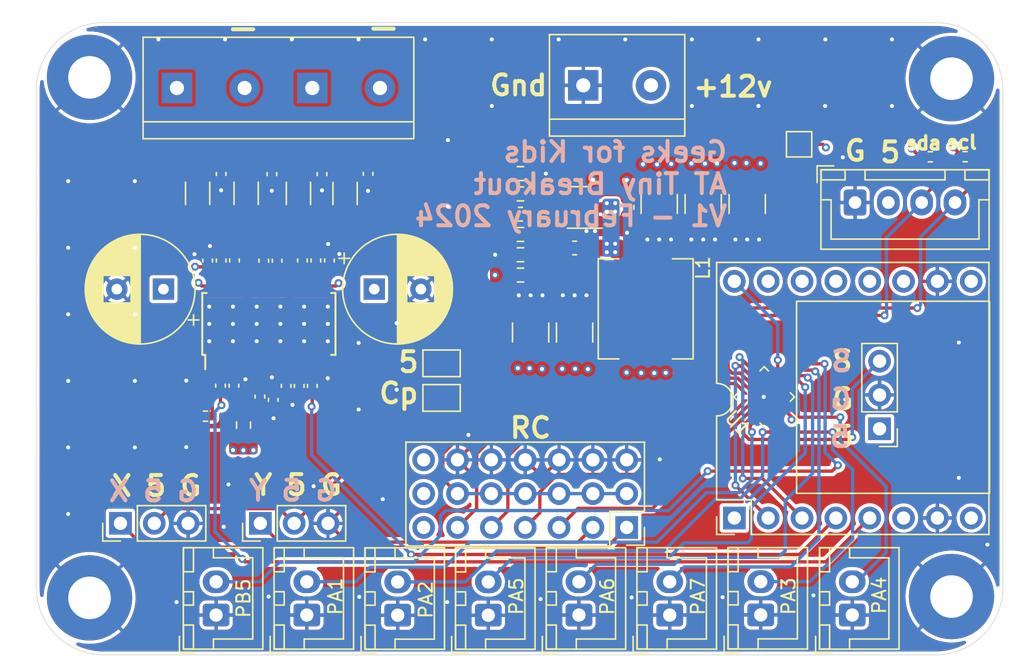
<source format=kicad_pcb>
(kicad_pcb (version 20221018) (generator pcbnew)
  (layers (0 "F.Cu" signal) (1 "In1.Cu" signal) (2 "In2.Cu" signal) (31 "B.Cu" signal) (34 "B.Paste" user) (35 "F.Paste" user) (36 "B.SilkS" user "B.Silkscreen") (37 "F.SilkS" user "F.Silkscreen") (38 "B.Mask" user) (39 "F.Mask" user) (44 "Edge.Cuts" user))
  (net 0 "")
  (net 1 "+5V")
  (net 2 "GND")
  (net 3 "+12V")
  (net 4 "PA7")
  (net 5 "PA1")
  (net 6 "PA6")
  (net 7 "PA2")
  (net 8 "PA3")
  (net 9 "PA4")
  (net 10 "PB5")
  (net 11 "RC_X")
  (net 12 "Net-(J2-Pin_2)")
  (net 13 "RC_Y")
  (net 14 "RC_3")
  (net 15 "PA5")
  (net 16 "DFR_Busy")
  (net 17 "DFR_Rx")
  (net 18 "DFR_Tx")
  (net 19 "ATT_Prog")
  (net 20 "Net-(U3-OUTPL)")
  (net 21 "Net-(U3-BSPL)")
  (net 22 "+12VA")
  (net 23 "/Audio_Module/GVDD")
  (net 24 "/Audio_Module/AUDIO_OUT_FILT_PL")
  (net 25 "/Audio_Module/AUDIO_OUT_FILT_NL")
  (net 26 "AUDIO_IN_PR")
  (net 27 "/Audio_Module/AUDIO_IN_1_PR")
  (net 28 "/Buck_Converter/BOOT")
  (net 29 "/Buck_Converter/SW")
  (net 30 "/Buck_Converter/FB")
  (net 38 "/Audio_Module/~{SD_2}")
  (net 39 "/Buck_Converter/EN")
  (net 40 "Net-(R14-Pad2)")
  (net 43 "/Audio_Module/AUDIO_IN_1_NR")
  (net 44 "Net-(U3-OUTPR)")
  (net 45 "Net-(U3-BSPR)")
  (net 46 "Net-(U3-OUTNL)")
  (net 47 "Net-(U3-BSNL)")
  (net 48 "/Audio_Module/AUDIO_IN_1_NL")
  (net 49 "AUDIO_IN_PL")
  (net 50 "/Audio_Module/AUDIO_IN_1_PL")
  (net 51 "Net-(U3-BSNR)")
  (net 52 "Net-(U3-OUTNR)")
  (net 53 "RC_4")
  (net 54 "RC_5")
  (net 55 "RC_6")
  (net 57 "Car_Power")
  (net 60 "/Audio_Module/AUDIO_OUT_FILT_PR")
  (net 61 "/Audio_Module/AUDIO_OUT_FILT_NR")
  (net 62 "I2C_SCL")
  (net 63 "I2C_SDA")
  (footprint "Useful Modifications:TerminalBlock_bornier-2_P5.08mm" (layer "F.Cu") (at 149.26 73.3)
    (fp_text reference "J4" hide)
    (fp_text value "Main Power")
  )
  (footprint "Package_TO_SOT_SMD:SOT-23-6" (layer "F.Cu") (at 148.864 82.47 180)
    (fp_text reference "U4" hide)
    (fp_text value "TPS54302")
  )
  (footprint "Capacitor_SMD:C_0402_1005Metric" (layer "F.Cu") (at 124.99 96.68 -90)
    (fp_text reference "C4" hide)
    (fp_text value "1uF" hide)
  )
  (footprint "Capacitor_SMD:C_1210_3225Metric" (layer "F.Cu") (at 158.262 82.216 -90)
    (fp_text reference "C18" hide)
    (fp_text value "10µF" hide)
  )
  (footprint "Capacitor_SMD:C_0603_1608Metric" (layer "F.Cu") (at 148.61 85.518)
    (fp_text reference "C20" hide)
    (fp_text value "0.1µF" hide)
  )
  (footprint "Connector_JST:JST_XH_B2B-XH-A_1x02_P2.50mm_Vertical" (layer "F.Cu") (at 169.45 113.09 90)
    (fp_text reference "J18" hide)
    (fp_text value "PA4")
  )
  (footprint "Capacitor_SMD:C_0402_1005Metric" (layer "F.Cu") (at 123.04 95.86 -90)
    (fp_text reference "C27" hide)
    (fp_text value "0.68uF" hide)
  )
  (footprint "Useful Modifications:TerminalBlock_bornier-2_P5.08mm" (layer "F.Cu") (at 118.76 73.5)
    (fp_text reference "J16" hide)
    (fp_text value "Left Out")
  )
  (footprint "Connector_PinHeader_2.54mm:PinHeader_1x03_P2.54mm_Vertical" (layer "F.Cu") (at 171.5 99.1 180)
    (fp_text reference "J6" hide)
    (fp_text value "ATT Prog")
  )
  (footprint "Inductor_SMD:L_1206_3216Metric" (layer "F.Cu") (at 127.881 81.421 90)
    (fp_text reference "FB3" hide)
    (fp_text value "120Ohm@100MHz")
  )
  (footprint "Resistor_SMD:R_0603_1608Metric" (layer "F.Cu") (at 123.76 98.82 90)
    (fp_text reference "R1" hide)
    (fp_text value "10R" hide)
  )
  (footprint "Capacitor_SMD:C_1210_3225Metric" (layer "F.Cu") (at 161.564 82.216 -90)
    (fp_text reference "C17" hide)
    (fp_text value "10µF" hide)
  )
  (footprint "Capacitor_SMD:C_0402_1005Metric" (layer "F.Cu") (at 127.94 95.88 -90)
    (fp_text reference "C12" hide)
    (fp_text value "0.68uF" hide)
  )
  (footprint "Capacitor_SMD:C_1210_3225Metric" (layer "F.Cu") (at 154.96 82.216 -90)
    (fp_text reference "C16" hide)
    (fp_text value "10µF" hide)
  )
  (footprint "Capacitor_SMD:C_0402_1005Metric" (layer "F.Cu") (at 128.92 95.88 90)
    (fp_text reference "C11" hide)
    (fp_text value "0.68uF" hide)
  )
  (footprint "Connector_PinSocket_2.54mm:PinSocket_2x07_P2.54mm_Vertical" (layer "F.Cu") (at 152.52 103.97 -90)
    (fp_text reference "J7" hide)
    (fp_text value "RC Power")
  )
  (footprint "Capacitor_SMD:C_0402_1005Metric" (layer "F.Cu") (at 126.96 95.88 -90)
    (fp_text reference "C14" hide)
    (fp_text value "1uF" hide)
  )
  (footprint "Resistor_SMD:R_0603_1608Metric" (layer "F.Cu") (at 144.546 87.55)
    (fp_text reference "R11" hide)
    (fp_text value "511kΩ 1%" hide)
  )
  (footprint "Capacitor_SMD:C_0402_1005Metric" (layer "F.Cu") (at 129.1916 86.4562 90)
    (fp_text reference "C6" hide)
    (fp_text value "100nF" hide)
  )
  (footprint "Connector_JST:JST_XH_B2B-XH-A_1x02_P2.50mm_Vertical" (layer "F.Cu") (at 121.7 113.09 90)
    (fp_text reference "J14" hide)
    (fp_text value "PB5")
  )
  (footprint "Inductor_SMD:L_1206_3216Metric" (layer "F.Cu") (at 123.955 81.41 90)
    (fp_text reference "FB2" hide)
    (fp_text value "120Ohm@100MHz")
  )
  (footprint "Useful Modifications:DFRobotMini_2x08_P2.54mm_Vertical" (layer "F.Cu") (at 160.6 105.8 90)
    (fp_text reference "J10" hide)
    (fp_text value "DFRobot_Mini")
  )
  (footprint "Inductor_SMD:L_1206_3216Metric" (layer "F.Cu") (at 120.315 81.41 90)
    (fp_text reference "FB1" hide)
    (fp_text value "120Ohm@100MHz")
  )
  (footprint "Capacitor_SMD:C_0402_1005Metric" (layer "F.Cu") (at 126.28 86.47 -90)
    (fp_text reference "C29" hide)
    (fp_text value "0.22uF" hide)
  )
  (footprint "Connector_JST:JST_XH_B2B-XH-A_1x02_P2.50mm_Vertical" (layer "F.Cu") (at 162.58 113.08 90)
    (fp_text reference "J9" hide)
    (fp_text value "PA3")
  )
  (footprint "Connector_JST:JST_XH_B2B-XH-A_1x02_P2.50mm_Vertical" (layer "F.Cu") (at 142.13 113.1 90)
    (fp_text reference "J12" hide)
    (fp_text value "PA5")
  )
  (footprint "MountingHole:MountingHole_3.2mm_M3_Pad" (layer "F.Cu") (at 176.9 111.7)
    (fp_text reference "H4" hide)
    (fp_text value "MountingHole")
  )
  (footprint "Resistor_SMD:R_0603_1608Metric" (layer "F.Cu") (at 144.546 81.454 180)
    (fp_text reference "R14" hide)
    (fp_text value "13.3kΩ 1%" hide)
  )
  (footprint "Connector_JST:JST_XH_B2B-XH-A_1x02_P2.50mm_Vertical" (layer "F.Cu") (at 148.935 113.09 90)
    (fp_text reference "J17" hide)
    (fp_text value "PA6")
  )
  (footprint "Connector_JST:JST_XH_B4B-XH-A_1x04_P2.50mm_Vertical" (layer "F.Cu") (at 169.66 82.1)
    (fp_text reference "J8" hide)
    (fp_text value "I2C")
  )
  (footprint "Resistor_SMD:R_0402_1005Metric" (layer "F.Cu") (at 177.92 78.66)
    (fp_text reference "R2" hide)
    (fp_text value "4.7k")
  )
  (footprint "Capacitor_THT:CP_Radial_D8.0mm_P3.50mm" (layer "F.Cu") (at 117.75 88.61 180)
    (fp_text reference "C1" hide)
    (fp_text value "100uF")
  )
  (footprint "Capacitor_SMD:C_0402_1005Metric" (layer "F.Cu") (at 123.08 86.45 -90)
    (fp_text reference "C8" hide)
    (fp_text value "0.22uF" hide)
  )
  (footprint "Connector_JST:JST_XH_B2B-XH-A_1x02_P2.50mm_Vertical" (layer "F.Cu") (at 135.33 113.1 90)
    (fp_text reference "J15" hide)
    (fp_text value "PA2")
  )
  (footprint "Capacitor_SMD:C_1210_3225Metric" (layer "F.Cu") (at 148.61 91.868 90)
    (fp_text reference "C23" hide)
    (fp_text value "47µF" hide)
  )
  (footprint "Connector_PinHeader_2.54mm:PinHeader_1x03_P2.54mm_Vertical" (layer "F.Cu") (at 114.52 106.2 90)
    (fp_text reference "J2" hide)
    (fp_text value "Steering")
  )
  (footprint "Connector_PinSocket_2.54mm:PinSocket_1x07_P2.54mm_Vertical" (layer "F.Cu") (at 152.52 106.51 -90)
    (fp_text reference "J5" hide)
    (fp_text value "RC Signal")
  )
  (footprint "Jumper:SolderJumper-2_P1.3mm_Open_TrianglePad1.0x1.5mm" (layer "F.Cu") (at 138.625 94.18)
    (fp_text reference "JP2" hide)
    (fp_text value "5v")
  )
  (footprint "Connector_JST:JST_XH_B2B-XH-A_1x02_P2.50mm_Vertical" (layer "F.Cu") (at 155.75 113.09 90)
    (fp_text reference "J11" hide)
    (fp_text value "PA7")
  )
  (footprint "Capacitor_SMD:C_0402_1005Metric" (layer "F.Cu") (at 125.89 79.97 90)
    (fp_text reference "C10" hide)
    (fp_text value "1nF" hide)
  )
  (footprint "Resistor_SMD:R_0603_1608Metric" (layer "F.Cu") (at 144.546 86.026 180)
    (fp_text reference "R12" hide)
    (fp_text value "105kΩ 1%" hide)
  )
  (footprint "Resistor_SMD:R_0603_1608Metric" (layer "F.Cu") (at 144.546 84.502)
    (fp_text reference "R13" hide)
    (fp_text value "100kΩ 1%" hide)
  )
  (footprint "Capacitor_SMD:C_0402_1005Metric" (layer "F.Cu") (at 122.08 79.96 -90)
    (fp_text reference "C9" hide)
    (fp_text value "1nF" hide)
  )
  (footprint "Capacitor_SMD:C_0402_1005Metric" (layer "F.Cu") (at 129.65 79.97 -90)
    (fp_text reference "C24" hide)
    (fp_text value "1nF" hide)
  )
  (footprint "Useful Modifications:TerminalBlock_bornier-2_P5.08mm" (layer "F.Cu") (at 128.92 73.5)
    (fp_text reference "J1" hide)
    (fp_text value "Right Out")
  )
  (footprint "Inductor_SMD:L_Sunlord_MWSA0603S" (layer "F.Cu") (at 153.944 90.09 -90)
    (fp_text reference "L1")
    (fp_text value "10µH" hide)
  )
  (footprint "Capacitor_SMD:C_0603_1608Metric" (layer "F.Cu") (at 144.546 82.978)
    (fp_text reference "C21" hide)
    (fp_text value "150pF" hide)
  )
  (footprint "Package_DFN_QFN:VQFN-20-1EP_3x3mm_P0.4mm_EP1.7x1.7mm" (layer "F.Cu") (at 162.840381 96.70901 135)
    (fp_text reference "U1")
    (fp_text value "ATtiny1616-M")
  )
  (footprint "Capacitor_SMD:C_0402_1005Metric" (layer "F.Cu") (at 122.0796 86.4562 90)
    (fp_text reference "C2" hide)
    (fp_text value "100nF" hide)
  )
  (footprint "Capacitor_SMD:C_0402_1005Metric" (layer "F.Cu") (at 125.28 86.47 -90)
    (fp_text reference "C26" hide)
    (fp_text value "0.22uF" hide)
  )
  (footprint "TestPoint:TestPoint_Pad_1.5x1.5mm" (layer "F.Cu") (at 165.46 77.73)
    (fp_text reference "TP1" hide)
    (fp_text value "5V")
  )
  (footprint "Connector_PinHeader_2.54mm:PinHeader_1x03_P2.54mm_Vertical" (layer "F.Cu") (at 125.02 106.2 90)
    (fp_text reference "J3" hide)
    (fp_text value "Throttle")
  )
  (footprint "MountingHole:MountingHole_3.2mm_M3_Pad" (layer "F.Cu") (at 112.2 72.7)
    (fp_text reference "H1" hide)
    (fp_text value "MountingHole")
  )
  (footprint "Capacitor_SMD:C_0603_1608Metric" (layer "F.Cu") (at 152.547 82.47 -90)
    (fp_text reference "C19" hide)
    (fp_text value "0.1µF" hide)
  )
  (footprint "Capacitor_SMD:C_0402_1005Metric" (layer "F.Cu") (at 128.18 86.45 -90)
    (fp_text reference "C13" hide)
    (fp_text value "0.22uF" hide)
  )
  (footprint "Capacitor_SMD:C_1210_3225Metric" (layer "F.Cu") (at 145.308 91.868 90)
    (fp_text reference "C22" hide)
    (fp_text value "47µF" hide)
  )
  (footprint "Package_SO:HTSSOP-28-1EP_4.4x9.7mm_P0.65mm_EP3.4x9.5mm_Mask2.4x6.17mm_ThermalVias" (layer "F.Cu") (at 125.6356 91.2232 90)
    (fp_text reference "U3" hide)
    (fp_text value "TPA3110D2")
  )
  (footprint "Resistor_SMD:R_0603_1608Metric" (layer "F.Cu") (at 144.546 79.93)
    (fp_text reference "R15" hide)
    (fp_text value "240Ω 1%" hide)
  )
  (footprint "Capacitor_SMD:C_0402_1005Metric" (layer "F.Cu") (at 130.2076 86.4562 90)
    (fp_text reference "C7" hide)
    (fp_text value "1nF" hide)
  )
  (footprint "Capacitor_SMD:C_0402_1005Metric" (layer "F.Cu") (at 125.99 96.93 -90)
    (fp_text reference "C15" hide)
    (fp_text value "1uF" hide)
  )
  (footprint "Capacitor_THT:CP_Radial_D8.0mm_P3.50mm" (layer "F.Cu") (at 133.57 88.61)
    (fp_text reference "C5" hide)
    (fp_text value "100uF")
  )
  (footprint "Inductor_SMD:L_1206_3216Metric" (layer "F.Cu") (at 131.381 81.421 90)
    (fp_text reference "FB4" hide)
    (fp_text value "120Ohm@100MHz")
  )
  (footprint "Resistor_SMD:R_0402_1005Metric" (layer "F.Cu") (at 120.9 98.15)
    (fp_text reference "R3" hide)
    (fp_text value "100k" hide)
  )
  (footprint "Capacitor_SMD:C_0402_1005Metric" (layer "F.Cu") (at 121.0636 86.4562 90)
    (fp_text reference "C3" hide)
    (fp_text value "1nF" hide)
  )
  (footprint "Connector_JST:JST_XH_B2B-XH-A_1x02_P2.50mm_Vertical" (layer "F.Cu") (at 128.51 113.09 90)
    (fp_text reference "J13" hide)
    (fp_text value "PA1")
  )
  (footprint "Capacitor_SMD:C_0402_1005Metric" (layer "F.Cu") (at 122.03 95.86 90)
    (fp_text reference "C28" hide)
    (fp_text value "0.68uF" hide)
  )
  (footprint "Resistor_SMD:R_0402_1005Metric" (layer "F.Cu") (at 175.31 78.67)
    (fp_text reference "R4" hide)
    (fp_text value "4.7k")
  )
  (footprint "MountingHole:MountingHole_3.2mm_M3_Pad" (layer "F.Cu") (at 176.9 72.8)
    (fp_text reference "H3" hide)
    (fp_text value "MountingHole")
  )
  (footprint "Jumper:SolderJumper-2_P1.3mm_Open_TrianglePad1.0x1.5mm" (layer "F.Cu") (at 138.625 96.78)
    (fp_text reference "JP1" hide)
    (fp_text value "Car Power")
  )
  (footprint "Capacitor_SMD:C_0402_1005Metric" (layer "F.Cu") (at 133.108946 79.948946 90)
    (fp_text reference "C25" hide)
    (fp_text value "1nF" hide)
  )
  (footprint "MountingHole:MountingHole_3.2mm_M3_Pad" (layer "F.Cu") (at 112.2 111.8)
    (fp_text reference "H2" hide)
    (fp_text value "MountingHole")
  )
  (gr_arc (start 175.674 68.584) (mid 179.266102 70.071898) (end 180.754 73.664) (stroke (width 0.05)) (layer "Edge.Cuts"))
  (gr_line (start 113.284 68.584) (end 175.674 68.584) (stroke (width 0.05)) (layer "Edge.Cuts"))
  (gr_line (start 108.204 73.664) (end 108.2 111) (stroke (width 0.05)) (layer "Edge.Cuts"))
  (gr_line (start 180.754 111) (end 180.754 73.664) (stroke (width 0.05)) (layer "Edge.Cuts"))
  (gr_arc (start 180.754 111) (mid 179.265926 114.592279) (end 175.6735 116.08) (stroke (width 0.05)) (layer "Edge.Cuts"))
  (gr_arc (start 108.204 73.664) (mid 109.691898 70.071898) (end 113.284 68.584) (stroke (width 0.05)) (layer "Edge.Cuts"))
  (gr_line (start 113.28 116.0805) (end 175.6735 116.08) (stroke (width 0.05)) (layer "Edge.Cuts"))
  (gr_arc (start 113.28 116.0805) (mid 109.687721 114.592426) (end 108.2 111) (stroke (width 0.05)) (layer "Edge.Cuts"))
  (gr_text "G" (at 169.53857 97.76) (layer "B.SilkS") (effects (font (size 1.5 1.5) (thickness 0.3) bold) (justify left bottom mirror)))
  (gr_text "Geeks for Kids\nAT Tiny Breakout\nV1 - February 2024" (at 160.21 84.01) (layer "B.SilkS") (effects (font (size 1.5 1.5) (thickness 0.3) bold) (justify left bottom mirror)))
  (gr_text "G 5 X" (at 120.52 104.67) (layer "B.SilkS") (effects (font (size 1.5 1.5) (thickness 0.3) bold) (justify left bottom mirror)))
  (gr_text "5" (at 169.42857 100.59) (layer "B.SilkS") (effects (font (size 1.5 1.5) (thickness 0.3) bold) (justify left bottom mirror)))
  (gr_text "G 5 Y" (at 130.9 104.63) (layer "B.SilkS") (effects (font (size 1.5 1.5) (thickness 0.3) bold) (justify left bottom mirror)))
  (gr_text "S" (at 169.52857 94.91) (layer "B.SilkS") (effects (font (size 1.5 1.5) (thickness 0.3) bold) (justify left bottom mirror)))
  (gr_text "Gnd" (at 144.4 73.3) (layer "F.SilkS") (effects (font (size 1.5 1.5) (thickness 0.3))))
  (gr_text "+12v" (at 160.5 73.4) (layer "F.SilkS") (effects (font (size 1.5 1.5) (thickness 0.3))))
  (gr_text "scl" (at 176.41 78.17) (layer "F.SilkS") (effects (font (size 1 1) (thickness 0.25) bold) (justify left bottom)))
  (gr_text "-" (at 122.29 70.11) (layer "F.SilkS") (effects (font (size 2 2) (thickness 0.3) bold) (justify left bottom)))
  (gr_text "-" (at 132.83 70.07) (layer "F.SilkS") (effects (font (size 2 2) (thickness 0.3) bold) (justify left bottom)))
  (gr_text "sda" (at 173.32 78.22) (layer "F.SilkS") (effects (font (size 1 1) (thickness 0.25) bold) (justify left bottom)))
  (gr_text "X 5 G" (at 113.71 104.27) (layer "F.SilkS") (effects (font (size 1.5 1.5) (thickness 0.3) bold) (justify left bottom)))
  (gr_text "Cp\n" (at 133.78 97.31) (layer "F.SilkS") (effects (font (size 1.5 1.5) (thickness 0.3) bold) (justify left bottom)))
  (gr_text "Y 5 G" (at 124.4 104.2) (layer "F.SilkS") (effects (font (size 1.5 1.5) (thickness 0.3) bold) (justify left bottom)))
  (gr_text "G" (at 167.79 97.74) (layer "F.SilkS") (effects (font (size 1.5 1.5) (thickness 0.3) bold) (justify left bottom)))
  (gr_text "5" (at 171.39 79.21) (layer "F.SilkS") (effects (font (size 1.5 1.5) (thickness 0.3) bold) (justify left bottom)))
  (gr_text "RC" (at 143.6 99.91) (layer "F.SilkS") (effects (font (size 1.5 1.5) (thickness 0.3) bold) (justify left bottom)))
  (gr_text "5" (at 135.23 94.97) (layer "F.SilkS") (effects (font (size 1.5 1.5) (thickness 0.3) bold) (justify left bottom)))
  (gr_text "G" (at 168.73 79.1) (layer "F.SilkS") (effects (font (size 1.5 1.5) (thickness 0.3) bold) (justify left bottom)))
  (gr_text "S" (at 167.8 94.89) (layer "F.SilkS") (effects (font (size 1.5 1.5) (thickness 0.3) bold) (justify left bottom)))
  (gr_text "5" (at 167.9 100.57) (layer "F.SilkS") (effects (font (size 1.5 1.5) (thickness 0.3) bold) (justify left bottom)))
  (segment (start 143.721 84.502) (end 142.387 84.502) (width 0.4) (layer "F.Cu") (net 1))
  (segment (start 143.771 82.978) (end 143.771 84.452) (width 0.4) (layer "F.Cu") (net 1))
  (segment (start 174.52 78.67) (end 173.9 78.05) (width 0.25) (layer "F.Cu") (net 1))
  (segment (start 164.891027 98.19397) (end 164.891027 98.408225) (width 0.25) (layer "F.Cu") (net 1))
  (segment (start 174.8 78.67) (end 174.52 78.67) (width 0.25) (layer "F.Cu") (net 1))
  (segment (start 140.138 93.392) (end 139.35 94.18) (width 0.4) (layer "F.Cu") (net 1))
  (segment (start 142.133 93.392) (end 145.259 93.392) (width 0.4) (layer "F.Cu") (net 1))
  (segment (start 141.698 85.191) (end 141.698 92.957) (width 0.4) (layer "F.Cu") (net 1))
  (segment (start 141.698 92.957) (end 142.133 93.392) (width 0.4) (layer "F.Cu") (net 1))
  (segment (start 164.148529 97.451472) (end 164.891027 98.19397) (width 0.25) (layer "F.Cu") (net 1))
  (segment (start 142.387 84.502) (end 141.698 85.191) (width 0.4) (layer "F.Cu") (net 1))
  (segment (start 177.41 78.33) (end 177.03 77.95) (width 0.25) (layer "F.Cu") (net 1))
  (segment (start 142.133 93.392) (end 140.138 93.392) (width 0.4) (layer "F.Cu") (net 1))
  (segment (start 177.41 78.66) (end 177.41 78.33) (width 0.25) (layer "F.Cu") (net 1))
  (segment (start 165.46 77.73) (end 167.23 77.73) (width 0.25) (layer "F.Cu") (net 1))
  (segment (start 167.23 77.73) (end 167.47 77.97) (width 0.25) (layer "F.Cu") (net 1))
  (via (at 177.03 77.95) (size 0.6) (drill 0.3) (layers "F.Cu" "B.Cu") (net 1))
  (via (at 145.23 94.55) (size 0.6) (drill 0.3) (layers "F.Cu" "B.Cu") (net 1))
  (via (at 173.9 78.05) (size 0.6) (drill 0.3) (layers "F.Cu" "B.Cu") (net 1))
  (via (at 167.47 77.97) (size 0.6) (drill 0.3) (layers "F.Cu" "B.Cu") (net 1))
  (via (at 144.35 94.54) (size 0.6) (drill 0.3) (layers "F.Cu" "B.Cu") (net 1))
  (via (at 154.59 94.91) (size 0.6) (drill 0.3) (layers "F.Cu" "B.Cu") (net 1))
  (via (at 147.68 94.59) (size 0.6) (drill 0.3) (layers "F.Cu" "B.Cu") (net 1))
  (via (at 148.65 94.59) (size 0.6) (drill 0.3) (layers "F.Cu" "B.Cu") (net 1))
  (via (at 155.45 94.89) (size 0.6) (drill 0.3) (layers "F.Cu" "B.Cu") (net 1))
  (via (at 153.61 94.9) (size 0.6) (drill 0.3) (layers "F.Cu" "B.Cu") (net 1))
  (via (at 152.51 94.87) (size 0.6) (drill 0.3) (layers "F.Cu" "B.Cu") (net 1))
  (via (at 164.891027 98.408225) (size 0.6) (drill 0.3) (layers "F.Cu" "B.Cu") (net 1))
  (via (at 149.61 94.62) (size 0.6) (drill 0.3) (layers "F.Cu" "B.Cu") (net 1))
  (via (at 146.17 94.61) (size 0.6) (drill 0.3) (layers "F.Cu" "B.Cu") (net 1))
  (segment (start 121.0636 85.9762) (end 120.0838 85.9762) (width 0.254) (layer "F.Cu") (net 2))
  (segment (start 124.0106 94.0732) (end 124.0106 95.2694) (width 0.25) (layer "F.Cu") (net 2))
  (segment (start 140.79 100.46) (end 139.82 101.43) (width 0.25) (layer "F.Cu") (net 2))
  (segment (start 125.89 80.45) (end 125.89 81.21) (width 0.25) (layer "F.Cu") (net 2))
  (segment (start 162.840381 96.70901) (end 162.831371 96.7) (width 0.25) (layer "F.Cu") (net 2))
  (segment (start 150.1945 83.613) (end 151.925 83.613) (width 0.4) (layer "F.Cu") (net 2))
  (segment (start 129.91 85.22) (end 130.11 85.22) (width 0.25) (layer "F.Cu") (net 2))
  (segment (start 150.0015 83.42) (end 150.1945 83.613) (width 0.4) (layer "F.Cu") (net 2))
  (segment (start 125.99 98.29) (end 126.01 98.31) (width 0.25) (layer "F.Cu") (net 2))
  (segment (start 144.9 101.43) (end 152.52 101.43) (width 0.25) (layer "F.Cu") (net 2))
  (segment (start 145.92 102.45) (end 145.92 102.64) (width 0.25) (layer "F.Cu") (net 2))
  (segment (start 145.92 102.64) (end 146.23 102.64) (width 0.25) (layer "F.Cu") (net 2))
  (segment (start 123.9 95.48) (end 123.9 95.38) (width 0.25) (layer "F.Cu") (net 2))
  (segment (start 124.99 97.29) (end 126.01 98.31) (width 0.25) (layer "F.Cu") (net 2))
  (segment (start 122.0796 85.9596) (end 122.0796 85.9762) (width 0.25) (layer "F.Cu") (net 2))
  (segment (start 162.8 96.668629) (end 163.865686 97.734315) (width 0.25) (layer "F.Cu") (net 2))
  (segment (start 140.89 100.46) (end 140.79 100.46) (width 0.25) (layer "F.Cu") (net 2))
  (segment (start 133.108946 80.428946) (end 133.108946 81.221054) (width 0.25) (layer "F.Cu") (net 2))
  (segment (start 125.9606 94.0732) (end 125.9606 95.1602) (width 0.254) (layer "F.Cu") (net 2))
  (segment (start 146.23 102.64) (end 147.44 101.43) (width 0.25) (layer "F.Cu") (net 2))
  (segment (start 144.9 101.43) (end 145.92 102.45) (width 0.25) (layer "F.Cu") (net 2))
  (segment (start 130.95 107.05) (end 131.09 107.05) (width 0.25) (layer "F.Cu") (net 2))
  (segment (start 129.8606 94.0732) (end 129.8606 95.0806) (width 0.25) (layer "F.Cu") (net 2))
  (segment (start 125.9606 95.1602) (end 125.8896 95.2312) (width 0.254) (layer "F.Cu") (net 2))
  (segment (start 127.2606 89.1882) (end 126.5256 89.9232) (width 0.254) (layer "F.Cu") (net 2))
  (segment (start 129.65 80.45) (end 129.65 81.19) (width 0.25) (layer "F.Cu") (net 2))
  (segment (start 130.99 104.62) (end 130.99 105.31) (width 0.25) (layer "F.Cu") (net 2))
  (segment (start 129.1916 85.9762) (end 129.1916 85.9384) (width 0.25) (layer "F.Cu") (net 2))
  (segment (start 125.99 97.41) (end 125.99 98.29) (width 0.25) (layer "F.Cu") (net 2))
  (segment (start 129.8606 95.0806) (end 130.08 95.3) (width 0.25) (layer "F.Cu") (net 2))
  (segment (start 130.9438 85.9762) (end 130.95 85.97) (width 0.254) (layer "F.Cu") (net 2))
  (segment (start 130.2076 85.9762) (end 130.9438 85.9762) (width 0.254) (layer "F.Cu") (net 2))
  (segment (start 121.49 85.37) (end 122.0796 85.9596) (width 0.25) (layer "F.Cu") (net 2))
  (segment (start 151.925 83.613) (end 152.547 82.991) (width 0.4) (layer "F.Cu") (net 2))
  (segment (start 125.89 81.21) (end 125.88 81.22) (width 0.25) (layer "F.Cu") (net 2))
  (segment (start 124.99 97.16) (end 124.99 97.29) (width 0.25) (layer "F.Cu") (net 2))
  (segment (start 121.24 85.37) (end 121.49 85.37) (width 0.25) (layer "F.Cu") (net 2))
  (segment (start 124.0106 95.2694) (end 123.9 95.38) (width 0.25) (layer "F.Cu") (net 2))
  (segment (start 140.64 102.25) (end 140.64 102.63) (width 0.25) (layer "F.Cu") (net 2))
  (segment (start 139.82 101.43) (end 140.64 102.25) (width 0.25) (layer "F.Cu") (net 2))
  (segment (start 146.451 79.93) (end 145.371 79.93) (width 0.4) (layer "F.Cu") (net 2))
  (segment (start 133.108946 81.221054) (end 133.1 81.23) (width 0.25) (layer "F.Cu") (net 2))
  (segment (start 143.721 86.026) (end 142.641 86.026) (width 0.4) (layer "F.Cu") (net 2))
  (segment (start 122.08 80.44) (end 122.08 81.18) (width 0.25) (layer "F.Cu") (net 2))
  (segment (start 127.94 96.36) (end 127.94 96.79) (width 0.25) (layer "F.Cu") (net 2))
  (segment (start 120.0838 85.9762) (end 120.08 85.98) (width 0.254) (layer "F.Cu") (net 2))
  (segment (start 129.1916 85.9384) (end 129.66 85.47) (width 0.25) (layer "F.Cu") (net 2))
  (segment (start 127.94 96.79) (end 127.43 97.3) (width 0.25) (layer "F.Cu") (net 2))
  (segment (start 129.66 85.47) (end 129.91 85.22) (width 0.25) (layer "F.Cu") (net 2))
  (segment (start 124.6606 94.6194) (end 123.9 95.38) (width 0.25) (layer "F.Cu") (net 2))
  (segment (start 162.831371 96.7) (end 162.8 96.7) (width 0.25) (layer "F.Cu") (net 2))
  (segment (start 124.0106 89.1882) (end 124.7456 89.9232) (width 0.254) (layer "F.Cu") (net 2))
  (segment (start 126.96 96.83) (end 127.43 97.3) (width 0.25) (layer "F.Cu") (net 2))
  (segment (start 127.2606 88.3732) (end 127.2606 89.1882) (width 0.254) (layer "F.Cu") (net 2))
  (segment (start 123.04 96.34) (end 123.9 95.48) (width 0.25) (layer "F.Cu") (net 2))
  (segment (start 162.8 96.7) (end 162.8 96.668629) (width 0.25) (layer "F.Cu") (net 2))
  (segment (start 130.99 105.31) (end 130.1 106.2) (width 0.25) (layer "F.Cu") (net 2))
  (segment (start 126.96 96.36) (end 126.96 96.83) (width 0.25) (layer "F.Cu") (net 2))
  (segment (start 130.1 106.2) (end 130.95 107.05) (width 0.25) (layer "F.Cu") (net 2))
  (segment (start 124.0106 88.3732) (end 124.0106 89.1882) (width 0.254) (layer "F.Cu") (net 2))
  (segment (start 124.6606 94.0732) (end 124.6606 94.6194) (width 0.25) (layer "F.Cu") (net 2))
  (segment (start 125.9606 94.0732) (end 125.9606 91.5482) (width 0.254) (layer "F.Cu") (net 2))
  (via (at 177.45 92.62) (size 0.6) (drill 0.3) (layers "F.Cu" "B.Cu") (net 2))
  (via (at 135.25 91.16) (size 0.6) (drill 0.3) (layers "F.Cu" "B.Cu") (net 2))
  (via (at 154.071 84.883) (size 0.6) (drill 0.3) (layers "F.Cu" "B.Cu") (net 2))
  (via (at 134.21 104.39) (size 0.6) (drill 0.3) (layers "F.Cu" "B.Cu") (net 2))
  (via (at 132.4 92.65) (size 0.6) (drill 0.3) (layers "F.Cu" "B.Cu") (net 2))
  (via (at 162.8 96.7) (size 0.6) (drill 0.3) (layers "F.Cu" "B.Cu") (net 2))
  (via (at 167.43 69.85) (size 0.6) (drill 0.3) (layers "F.Cu" "B.Cu") (net 2))
  (via (at 110.6 80.5) (size 0.6) (drill 0.3) (layers "F.Cu" "B.Cu") (net 2))
  (via (at 137.39 69.85) (size 0.6) (drill 0.3) (layers "F.Cu" "B.Cu") (net 2))
  (via (at 139.05 112.12) (size 0.6) (drill 0.3) (layers "F.Cu" "B.Cu") (net 2))
  (via (at 146.197 89.074) (size 0.6) (drill 0.3) (layers "F.Cu" "B.Cu") (net 2))
  (via (at 144.419 89.074) (size 0.6) (drill 0.3) (layers "F.Cu" "B.Cu") (net 2))
  (via (at 110.6 90.5) (size 0.6) (drill 0.3) (layers "F.Cu" "B.Cu") (net 2))
  (via (at 147.721 89.074) (size 0.6) (drill 0.3) (layers "F.Cu" "B.Cu") (net 2))
  (via (at 115.6 95.5) (size 0.6) (drill 0.3) (layers "F.Cu" "B.Cu") (net 2))
  (via (at 162.41 74.85) (size 0.6) (drill 0.3) (layers "F.Cu" "B.Cu") (net 2))
  (via (at 119.46 95.48) (size 0.6) (drill 0.3) (layers "F.Cu" "B.Cu") (net 2))
  (via (at 160.675 84.883) (size 0.6) (drill 0.3) (layers "F.Cu" "B.Cu") (net 2))
  (via (at 168.74 78.71) (size 0.6) (drill 0.3) (layers "F.Cu" "B.Cu") (net 2))
  (via (at 115.6 80.5) (size 0.6) (drill 0.3) (layers "F.Cu" "B.Cu") (net 2))
  (via (at 177.45 102.78) (size 0.6) (drill 0.3) (layers "F.Cu" "B.Cu") (net 2))
  (via (at 119.46 100.48) (size 0.6) (drill 0.3) (layers "F.Cu" "B.Cu") (net 2))
  (via (at 159.151 84.883) (size 0.6) (drill 0.3) (layers "F.Cu" "B.Cu") (net 2))
  (via (at 122.37 69.85) (size 0.6) (drill 0.3) (layers "F.Cu" "B.Cu") (net 2))
  (via (at 146.451 79.93) (size 0.6) (drill 0.3) (layers "F.Cu" "B.Cu") (net 2))
  (via (at 157.41 74.85) (size 0.6) (drill 0.3) (layers "F.Cu" "B.Cu") (net 2))
  (via (at 125.64 111.7) (size 0.6) (drill 0.3) (layers "F.Cu" "B.Cu") (net 2))
  (via (at 123.9 95.38) (size 0.6) (drill 0.3) (layers "F.Cu" "B.Cu") (net 2))
  (via (at 162.41 69.85) (size 0.6) (drill 0.3) (layers "F.Cu" "B.Cu") (net 2))
  (via (at 149.499 84.248) (size 0.5) (drill 0.3) (layers "F.Cu" "B.Cu") (net 2))
  (via (at 146.05 111.89) (size 0.6) (drill 0.3) (layers "F.Cu" "B.Cu") (net 2))
  (via (at 133.1 81.23) (size 0.6) (drill 0.3) (layers "F.Cu" "B.Cu") (net 2))
  (via (at 125.88 81.22) (size 0.6) (drill 0.3) (layers "F.Cu" "B.Cu") (net 2))
  (via (at 152.89 111.77) (size 0.6) (drill 0.3) (layers "F.Cu" "B.Cu") (net 2))
  (via (at 152.41 69.85) (size 0.6) (drill 0.3) (layers "F.Cu" "B.Cu") (net 2))
  (via (at 162.453 84.883) (size 0.6) (drill 0.3) (layers "F.Cu" "B.Cu") (net 2))
  (via (at 122.08 81.18) (size 0.6) (drill 0.3) (layers "F.Cu" "B.Cu") (net 2))
  (via (at 148.61 89.074) (size 0.6) (drill 0.3) (layers "F.Cu" "B.Cu") (net 2))
  (via (at 159.72 111.75) (size 0.6) (drill 0.3) (layers "F.Cu" "B.Cu") (net 2))
  (via (at 155 101.4) (size 0.6) (drill 0.3) (layers "F.Cu" "B.Cu") (net 2))
  (via (at 142.39 69.85) (size 0.6) (drill 0.3) (layers "F.Cu" "B.Cu") (net 2))
  (via (at 135.25 96.16) (size 0.6) (drill 0.3) (layers "F.Cu" "B.Cu") (net 2))
  (via (at 132.4 97.65) (size 0.6) (drill 0.3) (layers "F.Cu" "B.Cu") (net 2))
  (via (at 142.641 86.026) (size 0.6) (drill 0.3) (layers "F.Cu" "B.Cu") (net 2))
  (via (at 115.6 90.5) (size 0.6) (drill 0.3) (layers "F.Cu" "B.Cu") (net 2))
  (via (at 110.6 95.5) (size 0.6) (drill 0.3) (layers "F.Cu" "B.Cu") (net 2))
  (via (at 130.11 85.22) (size 0.6) (drill 0.3) (layers "F.Cu" "B.Cu") (net 2))
  (via (at 154.96 84.883) (size 0.6) (drill 0.3) (layers "F.Cu" "B.Cu") (net 2))
  (via (at 147.41 69.85) (size 0.6) (drill 0.3) (layers "F.Cu" "B.Cu") (net 2))
  (via (at 125.8896 95.2312) (size 0.6) (drill 0.3) (layers "F.Cu" "B.Cu") (net 2))
  (via (at 110.6 85.5) (size 0.6) (drill 0.3) (layers "F.Cu" "B.Cu") (net 2))
  (via (at 127.39 69.85) (size 0.6) (drill 0.3) (layers "F.Cu" "B.Cu") (net 2))
  (via (at 115.6 85.5) (size 0.6) (drill 0.3) (layers "F.Cu" "B.Cu") (net 2))
  (via (at 110.6 105.5) (size 0.6) (drill 0.3) (layers "F.Cu" "B.Cu") (net 2))
  (via (at 118.73 112.12) (size 0.6) (drill 0.3) (layers "F.Cu" "B.Cu") (net 2))
  (via (at 122.63 103.28) (size 0.6) (drill 0.3) (layers "F.Cu" "B.Cu") (net 2))
  (via (at 110.6 100.5) (size 0.6) (drill 0.3) (layers "F.Cu" "B.Cu") (net 2))
  (via (at 139.1 77.41) (size 0.6) (drill 0.3) (layers "F.Cu" "B.Cu") (net 2))
  (via (at 150.134 84.248) (size 0.5) (drill 0.3) (layers "F.Cu" "B.Cu") (net 2))
  (via (at 158.262 84.883) (size 0.6) (drill 0.3) (layers "F.Cu" "B.Cu") (net 2))
  (via (at 157.373 84.883) (size 0.6) (drill 0.3) (layers "F.Cu" "B.Cu") (net 2))
  (via (at 161.564 84.883) (size 0.6) (drill 0.3) (layers "F.Cu" "B.Cu") (net 2))
  (via (at 152.547 84.375) (size 0.6) (drill 0.3) (layers "F.Cu" "B.Cu") (net 2))
  (via (at 172.43 69.85) (size 0.6) (drill 0.3) (layers "F.Cu" "B.Cu") (net 2))
  (via (at 157.41 69.85) (size 0.6) (drill 0.3) (layers "F.Cu" "B.Cu") (net 2))
  (via (at 120.08 85.98) (size 0.6) (drill 0.3) (layers "F.Cu" "B.Cu") (net 2))
  (via (at 140.64 99.56) (size 0.6) (drill 0.3) (layers "F.Cu" "B.Cu") (net 2))
  (via (at 172.43 74.85) (size 0.6) (drill 0.3) (layers "F.Cu" "B.Cu") (net 2))
  (via (at 145.308 89.074) (size 0.6) (drill 0.3) (layers "F.Cu" "B.Cu") (net 2))
  (via (at 130.95 85.97) (size 0.6) (drill 0.3) (layers "F.Cu" "B.Cu") (net 2))
  (via (at 132.45 111.72) (size 0.6) (drill 0.3) (layers "F.Cu" "B.Cu") (net 2))
  (via (at 127.43 97.3) (size 0.6) (drill 0.3) (layers "F.Cu" "B.Cu") (net 2))
  (via (at 126.01 98.31) (size 0.6) (drill 0.3) (layers "F.Cu" "B.Cu") (net 2))
  (via (at 117.37 69.85) (size 0.6) (drill 0.3) (layers "F.Cu" "B.Cu") (net 2))
  (via (at 130.08 95.3) (size 0.6) (drill 0.3) (layers "F.Cu" "B.Cu") (net 2))
  (via (at 115.6 100.5) (size 0.6) (drill 0.3) (layers "F.Cu" "B.Cu") (net 2))
  (via (at 167.41 74.85) (size 0.6) (drill 0.3) (layers "F.Cu" "B.Cu") (net 2))
  (via (at 132.39 69.85) (size 0.6) (drill 0.3) (layers "F.Cu" "B.Cu") (net 2))
  (via (at 155.849 84.883) (size 0.6) (drill 0.3) (layers "F.Cu" "B.Cu") (net 2))
  (via (at 121.24 85.37) (size 0.6) (drill 0.3) (layers "F.Cu" "B.Cu") (net 2))
  (via (at 122.27 106.46) (size 0.6) (drill 0.3) (layers "F.Cu" "B.Cu") (net 2))
  (via (at 139.1 82.41) (size 0.6) (drill 0.3) (layers "F.Cu" "B.Cu") (net 2))
  (via (at 129.02 103.41) (size 0.6) (drill 0.3) (layers "F.Cu" "B.Cu") (net 2))
  (via (at 149.499 89.074) (size 0.6) (drill 0.3) (layers "F.Cu" "B.Cu") (net 2))
  (via (at 129.65 81.19) (size 0.6) (drill 0.3) (layers "F.Cu" "B.Cu") (net 2))
  (via (at 179.6 107.8) (size 0.6) (drill 0.3) (layers "F.Cu" "B.Cu") (net 2))
  (via (at 142.39 74.85) (size 0.6) (drill 0.3) (layers "F.Cu" "B.Cu") (net 2))
  (via (at 166.53 111.61) (size 0.6) (drill 0.3) (layers "F.Cu" "B.Cu") (net 2))
  (segment (start 129.8606 87.4506) (end 129.8606 88.3732) (width 0.25) (layer "F.Cu") (net 3))
  (segment (start 129.1916 86.9362) (end 129.1916 88.3542) (width 0.25) (layer "F.Cu") (net 3))
  (segment (start 129.8606 88.3732) (end 130.6768 88.3732) (width 0.25) (layer "F.Cu") (net 3))
  (segment (start 121.4106 88.3732) (end 122.0606 88.3732) (width 0.25) (layer "F.Cu") (net 3))
  (segment (start 122.0344 86.9362) (end 121.4106 87.56) (width 0.25) (layer "F.Cu") (net 3))
  (segment (start 129.3462 86.9362) (end 129.8606 87.4506) (width 0.25) (layer "F.Cu") (net 3))
  (segment (start 121.4106 88.3732) (end 121.4106 87.56) (width 0.25) (layer "F.Cu") (net 3))
  (segment (start 142.641 87.55) (end 143.721 87.55) (width 0.4) (layer "F.Cu") (net 3))
  (segment (start 121.0636 86.9362) (end 120.1362 86.9362) (width 0.25) (layer "F.Cu") (net 3))
  (segment (start 129.2106 88.3732) (end 129.8606 88.3732) (width 0.25) (layer "F.Cu") (net 3))
  (segment (start 121.4106 88.3732) (end 120.6232 88.3732) (width 0.25) (layer "F.Cu") (net 3))
  (segment (start 130.2076 86.9362) (end 130.2076 87.0824) (width 0.25) (layer "F.Cu") (net 3))
  (segment (start 129.1916 86.9362) (end 129.3462 86.9362) (width 0.25) (layer "F.Cu") (net 3))
  (segment (start 122.0606 86.9552) (end 122.0796 86.9362) (width 0.25) (layer "F.Cu") (net 3))
  (segment (start 122.0606 88.3732) (end 122.0606 86.9552) (width 0.25) (layer "F.Cu") (net 3))
  (segment (start 130.2076 87.0824) (end 129.85 87.44) (width 0.25) (layer "F.Cu") (net 3))
  (segment (start 129.1916 88.3542) (end 129.2106 88.3732) (width 0.25) (layer "F.Cu") (net 3))
  (segment (start 122.0796 86.9362) (end 122.0344 86.9362) (width 0.25) (layer "F.Cu") (net 3))
  (segment (start 121.4106 87.2832) (end 121.0636 86.9362) (width 0.25) (layer "F.Cu") (net 3))
  (segment (start 120.1362 86.9362) (end 120.12 86.92) (width 0.25) (layer "F.Cu") (net 3))
  (segment (start 129.85 87.44) (end 129.8606 87.4506) (width 0.25) (layer "F.Cu") (net 3))
  (segment (start 120.6232 88.3732) (end 120.38 88.13) (width 0.25) (layer "F.Cu") (net 3))
  (segment (start 121.4106 87.56) (end 121.4106 87.2832) (width 0.25) (layer "F.Cu") (net 3))
  (segment (start 130.6768 88.3732) (end 130.89 88.16) (width 0.25) (layer "F.Cu") (net 3))
  (via (at 160.61 79.13) (size 0.6) (drill 0.3) (layers "F.Cu" "B.Cu") (net 3))
  (via (at 130.89 88.16) (size 0.6) (drill 0.3) (layers "F.Cu" "B.Cu") (net 3))
  (via (at 154.8 79.24) (size 0.6) (drill 0.3) (layers "F.Cu" "B.Cu") (net 3))
  (via (at 153.74 79.23) (size 0.6) (drill 0.3) (layers "F.Cu" "B.Cu") (net 3))
  (via (at 155.86 79.2) (size 0.6) (drill 0.3) (layers "F.Cu" "B.Cu") (net 3))
  (via (at 158.39 79.18) (size 0.6) (drill 0.3) (layers "F.Cu" "B.Cu") (net 3))
  (via (at 124.5 100.71) (size 0.6) (drill 0.3) (layers "F.Cu" "B.Cu") (net 3))
  (via (at 157.38 79.17) (size 0.6) (drill 0.3) (layers "F.Cu" "B.Cu") (net 3))
  (via (at 123.75 100.71) (size 0.6) (drill 0.3) (layers "F.Cu" "B.Cu") (net 3))
  (via (at 122.97 100.7) (size 0.6) (drill 0.3) (layers "F.Cu" "B.Cu") (net 3))
  (via (at 159.3 79.18) (size 0.6) (drill 0.3) (layers "F.Cu" "B.Cu") (net 3))
  (via (at 142.641 87.55) (size 0.6) (drill 0.3) (layers "F.Cu" "B.Cu") (net 3))
  (via (at 120.12 86.92) (size 0.6) (drill 0.3) (layers "F.Cu" "B.Cu") (net 3))
  (via (at 152.53 80.41) (size 0.6) (drill 0.3) (layers "F.Cu" "B.Cu") (net 3))
  (via (at 150 80.39) (size 0.6) (drill 0.3) (layers "F.Cu" "B.Cu") (net 3))
  (via (at 120.38 88.13) (size 0.6) (drill 0.3) (layers "F.Cu" "B.Cu") (net 3))
  (via (at 161.51 79.14) (size 0.6) (drill 0.3) (layers "F.Cu" "B.Cu") (net 3))
  (via (at 162.57 79.17) (size 0.6) (drill 0.3) (layers "F.Cu" "B.Cu") (net 3))
  (segment (start 163.865686 95.651177) (end 163.865686 95.683705) (width 0.25) (layer "F.Cu") (net 4))
  (segment (start 166.57 94.69) (end 164.826863 94.69) (width 0.25) (layer "F.Cu") (net 4))
  (segment (start 166.67 94.79) (end 166.57 94.69) (width 0.25) (layer "F.Cu") (net 4))
  (segment (start 164.826863 94.69) (end 163.865686 95.651177) (width 0.25) (layer "F.Cu") (net 4))
  (via (at 166.67 94.79) (size 0.6) (drill 0.3) (layers "F.Cu" "B.Cu") (net 4))
  (segment (start 164.842 109.478) (end 156.862 109.478) (width 0.25) (layer "B.Cu") (net 4))
  (segment (start 166.95 95.07) (end 166.95 107.37) (width 0.25) (layer "B.Cu") (net 4))
  (segment (start 166.95 107.37) (end 164.842 109.478) (width 0.25) (layer "B.Cu") (net 4))
  (segment (start 166.67 94.79) (end 166.95 95.07) (width 0.25) (layer "B.Cu") (net 4))
  (segment (start 156.862 109.478) (end 155.75 110.59) (width 0.25) (layer "B.Cu") (net 4))
  (segment (start 161.784117 99.204177) (end 161.91922 99.33928) (width 0.25) (layer "F.Cu") (net 5))
  (segment (start 162.348235 98.3) (end 161.784117 98.864118) (width 0.25) (layer "F.Cu") (net 5))
  (segment (start 162.380762 98.3) (end 162.348235 98.3) (width 0.25) (layer "F.Cu") (net 5))
  (segment (start 161.784117 98.864118) (end 161.784117 99.204177) (width 0.25) (layer "F.Cu") (net 5))
  (via (at 161.91922 99.33928) (size 0.6) (drill 0.3) (layers "F.Cu" "B.Cu") (net 5))
  (segment (start 138.852 109.498) (end 140.738 107.612) (width 0.25) (layer "B.Cu") (net 5))
  (segment (start 133.262 109.498) (end 138.852 109.498) (width 0.25) (layer "B.Cu") (net 5))
  (segment (start 160.951646 103.892) (end 161.91922 102.924426) (width 0.25) (layer "B.Cu") (net 5))
  (segment (start 161.91922 102.924426) (end 161.91922 99.33928) (width 0.25) (layer "B.Cu") (net 5))
  (segment (start 132.17 110.59) (end 133.262 109.498) (width 0.25) (layer "B.Cu") (net 5))
  (segment (start 158.508 103.892) (end 160.951646 103.892) (width 0.25) (layer "B.Cu") (net 5))
  (segment (start 140.738 107.612) (end 154.788 107.612) (width 0.25) (layer "B.Cu") (net 5))
  (segment (start 128.51 110.59) (end 132.17 110.59) (width 0.25) (layer "B.Cu") (net 5))
  (segment (start 154.788 107.612) (end 158.508 103.892) (width 0.25) (layer "B.Cu") (net 5))
  (segment (start 165.36 95.11) (end 165.967289 95.11) (width 0.25) (layer "F.Cu") (net 6))
  (segment (start 164.148529 95.966548) (end 165.005077 95.11) (width 0.25) (layer "F.Cu") (net 6))
  (segment (start 165.005077 95.11) (end 165.36 95.11) (width 0.25) (layer "F.Cu") (net 6))
  (segment (start 165.967289 95.11) (end 166.109465 95.252176) (width 0.25) (layer "F.Cu") (net 6))
  (via (at 166.109465 95.252176) (size 0.6) (drill 0.3) (layers "F.Cu" "B.Cu") (net 6))
  (segment (start 166.47 95.612711) (end 166.47 102.45) (width 0.25) (layer "B.Cu") (net 6))
  (segment (start 156.1 109.28) (end 150.245 109.28) (width 0.25) (layer "B.Cu") (net 6))
  (segment (start 163.9 108.76) (end 156.62 108.76) (width 0.25) (layer "B.Cu") (net 6))
  (segment (start 164.42 108.24) (end 163.9 108.76) (width 0.25) (layer "B.Cu") (net 6))
  (segment (start 166.109465 95.252176) (end 166.47 95.612711) (width 0.25) (layer "B.Cu") (net 6))
  (segment (start 150.245 109.28) (end 148.935 110.59) (width 0.25) (layer "B.Cu") (net 6))
  (segment (start 156.62 108.76) (end 156.1 109.28) (width 0.25) (layer "B.Cu") (net 6))
  (segment (start 164.42 104.5) (end 164.42 108.24) (width 0.25) (layer "B.Cu") (net 6))
  (segment (start 166.47 102.45) (end 164.42 104.5) (width 0.25) (layer "B.Cu") (net 6))
  (segment (start 163.62 98.62) (end 163.3 98.3) (width 0.25) (layer "F.Cu") (net 7))
  (segment (start 163.62 98.95) (end 163.62 98.62) (width 0.25) (layer "F.Cu") (net 7))
  (segment (start 163.2215 99.3485) (end 163.62 98.95) (width 0.25) (layer "F.Cu") (net 7))
  (segment (start 162.72 99.3485) (end 163.2215 99.3485) (width 0.25) (layer "F.Cu") (net 7))
  (via (at 162.72 99.3485) (size 0.6) (drill 0.3) (layers "F.Cu" "B.Cu") (net 7))
  (segment (start 155.29 108.28) (end 159.17 104.4) (width 0.25) (layer "B.Cu") (net 7))
  (segment (start 162.72 102.66) (end 162.72 99.3485) (width 0.25) (layer "B.Cu") (net 7))
  (segment (start 160.98 104.4) (end 162.72 102.66) (width 0.25) (layer "B.Cu") (net 7))
  (segment (start 142.741537 108.28) (end 155.29 108.28) (width 0.25) (layer "B.Cu") (net 7))
  (segment (start 135.33 110.6) (end 140.421537 110.6) (width 0.25) (layer "B.Cu") (net 7))
  (segment (start 140.421537 110.6) (end 142.741537 108.28) (width 0.25) (layer "B.Cu") (net 7))
  (segment (start 159.17 104.4) (end 160.98 104.4) (width 0.25) (layer "B.Cu") (net 7))
  (segment (start 167.98 99.3485) (end 164.914185 99.3485) (width 0.25) (layer "F.Cu") (net 8))
  (segment (start 164.914185 99.3485) (end 163.582843 98.017158) (width 0.25) (layer "F.Cu") (net 8))
  (via (at 167.98 99.3485) (size 0.6) (drill 0.3) (layers "F.Cu" "B.Cu") (net 8))
  (segment (start 167.98 100.67) (end 169.48 102.17) (width 0.25) (layer "B.Cu") (net 8))
  (segment (start 169.48 107.38) (end 166.28 110.58) (width 0.25) (layer "B.Cu") (net 8))
  (segment (start 169.48 102.17) (end 169.48 107.38) (width 0.25) (layer "B.Cu") (net 8))
  (segment (start 167.98 99.3485) (end 167.98 100.67) (width 0.25) (layer "B.Cu") (net 8))
  (segment (start 166.28 110.58) (end 162.58 110.58) (width 0.25) (layer "B.Cu") (net 8))
  (segment (start 168.55 98.23) (end 165.492742 98.23) (width 0.25) (layer "F.Cu") (net 9))
  (segment (start 165.492742 98.23) (end 164.431371 97.168629) (width 0.25) (layer "F.Cu") (net 9))
  (via (at 168.55 98.23) (size 0.6) (drill 0.3) (layers "F.Cu" "B.Cu") (net 9))
  (segment (start 168.55 98.23) (end 168.55 100) (width 0.25) (layer "B.Cu") (net 9))
  (segment (start 168.55 100) (end 171.99 103.44) (width 0.25) (layer "B.Cu") (net 9))
  (segment (start 171.99 103.44) (end 171.99 108.4) (width 0.25) (layer "B.Cu") (net 9))
  (segment (start 171.99 108.4) (end 169.8 110.59) (width 0.25) (layer "B.Cu") (net 9))
  (segment (start 169.8 110.59) (end 169.45 110.59) (width 0.25) (layer "B.Cu") (net 9))
  (segment (start 167.37 94.22) (end 164.763705 94.22) (width 0.25) (layer "F.Cu") (net 10))
  (segment (start 164.763705 94.22) (end 163.582843 95.400862) (width 0.25) (layer "F.Cu") (net 10))
  (segment (start 168.37003 101.83997) (end 167.93 102.28) (width 0.25) (layer "F.Cu") (net 10))
  (segment (start 167.93 102.28) (end 158.6 102.28) (width 0.25) (layer "F.Cu") (net 10))
  (via (at 167.37 94.22) (size 0.6) (drill 0.3) (layers "F.Cu" "B.Cu") (net 10))
  (via (at 158.6 102.28) (size 0.6) (drill 0.3) (layers "F.Cu" "B.Cu") (net 10))
  (via (at 168.37003 101.83997) (size 0.6) (drill 0.3) (layers "F.Cu" "B.Cu") (net 10))
  (segment (start 138.93 105.24) (end 155.64 105.24) (width 0.25) (layer "B.Cu") (net 10))
  (segment (start 126.449 109.121) (end 136.530146 109.121) (width 0.25) (layer "B.Cu") (net 10))
  (segment (start 138.54 105.63) (end 138.93 105.24) (width 0.25) (layer "B.Cu") (net 10))
  (segment (start 167.41 100.87994) (end 167.41 94.26) (width 0.25) (layer "B.Cu") (net 10))
  (segment (start 121.7 110.59) (end 124.98 110.59) (width 0.25) (layer "B.Cu") (net 10))
  (segment (start 168.37003 101.83997) (end 167.41 100.87994) (width 0.25) (layer "B.Cu") (net 10))
  (segment (start 167.41 94.26) (end 167.37 94.22) (width 0.25) (layer "B.Cu") (net 10))
  (segment (start 138.54 107.111146) (end 138.54 105.63) (width 0.25) (layer "B.Cu") (net 10))
  (segment (start 155.64 105.24) (end 158.6 102.28) (width 0.25) (layer "B.Cu") (net 10))
  (segment (start 124.98 110.59) (end 126.449 109.121) (width 0.25) (layer "B.Cu") (net 10))
  (segment (start 136.530146 109.121) (end 138.54 107.111146) (width 0.25) (layer "B.Cu") (net 10))
  (segment (start 151.041 107.989) (end 116.309 107.989) (width 0.25) (layer "F.Cu") (net 11))
  (segment (start 152.52 106.51) (end 151.041 107.989) (width 0.25) (layer "F.Cu") (net 11))
  (segment (start 116.309 107.989) (end 114.52 106.2) (width 0.25) (layer "F.Cu") (net 11))
  (segment (start 137.9 96.78) (end 136.98 96.78) (width 0.25) (layer "F.Cu") (net 12))
  (segment (start 136.98 96.78) (end 127.56 106.2) (width 0.25) (layer "F.Cu") (net 12))
  (segment (start 118.162 105.098) (end 126.458 105.098) (width 0.25) (layer "F.Cu") (net 12))
  (segment (start 126.458 105.098) (end 127.56 106.2) (width 0.25) (layer "F.Cu") (net 12))
  (segment (start 117.06 106.2) (end 118.162 105.098) (width 0.25) (layer "F.Cu") (net 12))
  (segment (start 149.98 106.51) (end 148.878 107.612) (width 0.25) (layer "F.Cu") (net 13))
  (segment (start 126.432 107.612) (end 125.02 106.2) (width 0.25) (layer "F.Cu") (net 13))
  (segment (start 148.878 107.612) (end 126.432 107.612) (width 0.25) (layer "F.Cu") (net 13))
  (segment (start 154.477391 105.072) (end 148.878 105.072) (width 0.25) (layer "F.Cu") (net 14))
  (segment (start 161.815076 97.734315) (end 154.477391 105.072) (width 0.25) (layer "F.Cu") (net 14))
  (segment (start 148.878 105.072) (end 147.44 106.51) (width 0.25) (layer "F.Cu") (net 14))
  (segment (start 165.193762 95.487) (end 165.42 95.487) (width 0.25) (layer "F.Cu") (net 15))
  (segment (start 164.431371 96.249391) (end 165.155381 95.525381) (width 0.25) (layer "F.Cu") (net 15))
  (segment (start 165.42 95.487) (end 165.430939 95.487) (width 0.25) (layer "F.Cu") (net 15))
  (segment (start 165.430939 95.487) (end 165.9185 95.974561) (width 0.25) (layer "F.Cu") (net 15))
  (via (at 165.9185 95.974561) (size 0.6) (drill 0.3) (layers "F.Cu" "B.Cu") (net 15))
  (segment (start 143.92 108.81) (end 155.67 108.81) (width 0.25) (layer "B.Cu") (net 15))
  (segment (start 161.6 107.66) (end 161.87 107.39) (width 0.25) (layer "B.Cu") (net 15))
  (segment (start 165.9185 100.9215) (end 165.9185 95.974561) (width 0.25) (layer "B.Cu") (net 15))
  (segment (start 161.87 107.39) (end 161.87 104.97) (width 0.25) (layer "B.Cu") (net 15))
  (segment (start 155.67 108.81) (end 156.82 107.66) (width 0.25) (layer "B.Cu") (net 15))
  (segment (start 161.87 104.97) (end 165.9185 100.9215) (width 0.25) (layer "B.Cu") (net 15))
  (segment (start 156.82 107.66) (end 161.6 107.66) (width 0.25) (layer "B.Cu") (net 15))
  (segment (start 142.13 110.6) (end 143.92 108.81) (width 0.25) (layer "B.Cu") (net 15))
  (segment (start 163.86 94.55802) (end 163.3 95.11802) (width 0.25) (layer "F.Cu") (net 16))
  (segment (start 163.86 93.94) (end 163.86 94.55802) (width 0.25) (layer "F.Cu") (net 16))
  (via (at 163.86 93.94) (size 0.6) (drill 0.3) (layers "F.Cu" "B.Cu") (net 16))
  (segment (start 163.86 91.28) (end 160.6 88.02) (width 0.25) (layer "B.Cu") (net 16))
  (segment (start 163.86 93.94) (end 163.86 91.28) (width 0.25) (layer "B.Cu") (net 16))
  (segment (start 160.68 103.34) (end 163.14 105.8) (width 0.25) (layer "F.Cu") (net 17))
  (segment (start 161.067057 94.37) (end 160.68 94.37) (width 0.25) (layer "F.Cu") (net 17))
  (segment (start 162.097919 95.400862) (end 161.067057 94.37) (width 0.25) (layer "F.Cu") (net 17))
  (via (at 160.68 94.37) (size 0.6) (drill 0.3) (layers "F.Cu" "B.Cu") (net 17))
  (via (at 160.68 103.34) (size 0.6) (drill 0.3) (layers "F.Cu" "B.Cu") (net 17))
  (segment (start 160.68 94.37) (end 160.68 103.34) (width 0.25) (layer "B.Cu") (net 17))
  (segment (start 161.2315 102.8315) (end 162.7115 102.8315) (width 0.25) (layer "F.Cu") (net 18))
  (segment (start 162.380762 95.102818) (end 160.991711 93.713767) (width 0.25) (layer "F.Cu") (net 18))
  (segment (start 162.7115 102.8315) (end 165.68 105.8) (width 0.25) (layer "F.Cu") (net 18))
  (segment (start 162.380762 95.11802) (end 162.380762 95.102818) (width 0.25) (layer "F.Cu") (net 18))
  (via (at 161.2315 102.8315) (size 0.6) (drill 0.3) (layers "F.Cu" "B.Cu") (net 18))
  (via (at 160.991711 93.713767) (size 0.6) (drill 0.3) (layers "F.Cu" "B.Cu") (net 18))
  (segment (start 161.232 101.352) (end 161.2315 101.3525) (width 0.25) (layer "B.Cu") (net 18))
  (segment (start 160.991711 93.713767) (end 161.232 93.954056) (width 0.25) (layer "B.Cu") (net 18))
  (segment (start 161.2315 101.3525) (end 161.2315 102.8315) (width 0.25) (layer "B.Cu") (net 18))
  (segment (start 161.232 93.954056) (end 161.232 101.352) (width 0.25) (layer "B.Cu") (net 18))
  (segment (start 164.69 99.9) (end 169.28 99.9) (width 0.25) (layer "F.Cu") (net 19))
  (segment (start 162.097919 98.017158) (end 161.3 98.815077) (width 0.25) (layer "F.Cu") (net 19))
  (segment (start 161.3 99.5) (end 161.7 99.9) (width 0.25) (layer "F.Cu") (net 19))
  (segment (start 161.7 99.9) (end 164.69 99.9) (width 0.25) (layer "F.Cu") (net 19))
  (segment (start 169.28 99.9) (end 169.45 99.73) (width 0.25) (layer "F.Cu") (net 19))
  (segment (start 161.3 98.815077) (end 161.3 99.5) (width 0.25) (layer "F.Cu") (net 19))
  (via (at 169.45 99.73) (size 0.6) (drill 0.3) (layers "F.Cu" "B.Cu") (net 19))
  (segment (start 169.45 99.73) (end 169.45 96.07) (width 0.25) (layer "B.Cu") (net 19))
  (segment (start 169.45 96.07) (end 171.5 94.02) (width 0.25) (layer "B.Cu") (net 19))
  (segment (start 123.3606 87.513772) (end 123.3606 88.3732) (width 0.25) (layer "F.Cu") (net 20))
  (segment (start 123.08 85.218284) (end 120.846716 82.985) (width 0.25) (layer "F.Cu") (net 20))
  (segment (start 120.846716 82.985) (end 120.315 82.985) (width 0.25) (layer "F.Cu") (net 20))
  (segment (start 123.642 86.532) (end 123.642 87.232372) (width 0.25) (layer "F.Cu") (net 20))
  (segment (start 123.642 87.232372) (end 123.3606 87.513772) (width 0.25) (layer "F.Cu") (net 20))
  (segment (start 123.08 85.97) (end 123.642 86.532) (width 0.25) (layer "F.Cu") (net 20))
  (segment (start 123.08 85.97) (end 123.08 85.218284) (width 0.25) (layer "F.Cu") (net 20))
  (segment (start 122.7106 87.2994) (end 123.08 86.93) (width 0.25) (layer "F.Cu") (net 21))
  (segment (start 122.7106 88.3732) (end 122.7106 87.2994) (width 0.25) (layer "F.Cu") (net 21))
  (segment (start 126.96 95.48) (end 125.99 96.45) (width 0.25) (layer "F.Cu") (net 23))
  (segment (start 126.96 95.4) (end 126.96 95.48) (width 0.25) (layer "F.Cu") (net 23))
  (segment (start 126.6106 95.0506) (end 126.96 95.4) (width 0.25) (layer "F.Cu") (net 23))
  (segment (start 127.2606 95.0994) (end 126.96 95.4) (width 0.25) (layer "F.Cu") (net 23))
  (segment (start 127.2606 94.0732) (end 127.2606 95.0994) (width 0.25) (layer "F.Cu") (net 23))
  (segment (start 126.6106 94.0732) (end 126.6106 95.0506) (width 0.25) (layer "F.Cu") (net 23))
  (segment (start 128.92 97.38) (end 128.87 97.43) (width 0.25) (layer "F.Cu") (net 26))
  (segment (start 165.4795 108.5405) (end 168.22 105.8) (width 0.25) (layer "F.Cu") (net 26))
  (segment (start 136.33 108.5405) (end 165.4795 108.5405) (width 0.25) (layer "F.Cu") (net 26))
  (segment (start 128.92 96.36) (end 128.92 97.38) (width 0.25) (layer "F.Cu") (net 26))
  (via (at 128.87 97.43) (size 0.6) (drill 0.3) (layers "F.Cu" "B.Cu") (net 26))
  (via (at 136.33 108.5405) (size 0.6) (drill 0.3) (layers "F.Cu" "B.Cu") (net 26))
  (segment (start 135.402 107.612) (end 136.33 108.54) (width 0.25) (layer "B.Cu") (net 26))
  (segment (start 128.87 97.43) (end 128.87 101.08) (width 0.25) (layer "B.Cu") (net 26))
  (segment (start 136.33 108.54) (end 136.33 108.5405) (width 0.25) (layer "B.Cu") (net 26))
  (segment (start 128.87 101.08) (end 135.402 107.612) (width 0.25) (layer "B.Cu") (net 26))
  (segment (start 128.5606 94.0732) (end 128.5606 95.0406) (width 0.25) (layer "F.Cu") (net 27))
  (segment (start 128.5606 95.0406) (end 128.92 95.4) (width 0.25) (layer "F.Cu") (net 27))
  (segment (start 147.7265 83.42) (end 147.7265 85.4095) (width 0.4) (layer "F.Cu") (net 28))
  (via (at 151.023 85.2005) (size 0.5) (drill 0.3) (layers "F.Cu" "B.Cu") (net 29))
  (via (at 151.023 82.7875) (size 0.5) (drill 0.3) (layers "F.Cu" "B.Cu") (net 29))
  (via (at 151.023 85.8355) (size 0.5) (drill 0.3) (layers "F.Cu" "B.Cu") (net 29))
  (via (at 151.023 82.1525) (size 0.5) (drill 0.3) (layers "F.Cu" "B.Cu") (net 29))
  (via (at 151.658 82.7875) (size 0.5) (drill 0.3) (layers "F.Cu" "B.Cu") (net 29))
  (via (at 151.658 85.8355) (size 0.5) (drill 0.3) (layers "F.Cu" "B.Cu") (net 29))
  (via (at 151.658 85.2005) (size 0.5) (drill 0.3) (layers "F.Cu" "B.Cu") (net 29))
  (via (at 151.658 82.1525) (size 0.5) (drill 0.3) (layers "F.Cu" "B.Cu") (net 29))
  (segment (start 145.371 84.502) (end 145.371 83.028) (width 0.4) (layer "F.Cu") (net 30))
  (segment (start 145.321 82.978) (end 145.321 81.504) (width 0.4) (layer "F.Cu") (net 30))
  (segment (start 145.371 81.454) (end 147.6605 81.454) (width 0.4) (layer "F.Cu") (net 30))
  (segment (start 121.4106 98.1494) (end 121.41 98.15) (width 0.25) (layer "F.Cu") (net 38))
  (segment (start 121.4106 94.0732) (end 121.4106 98.1494) (width 0.25) (layer "F.Cu") (net 38))
  (segment (start 122.0606 94.0732) (end 121.4106 94.0732) (width 0.25) (layer "F.Cu") (net 38))
  (segment (start 146.451 82.708) (end 146.689 82.47) (width 0.4) (layer "F.Cu") (net 39))
  (segment (start 146.451 85.518) (end 146.451 82.708) (width 0.4) (layer "F.Cu") (net 39))
  (segment (start 145.371 86.026) (end 145.943 86.026) (width 0.4) (layer "F.Cu") (net 39))
  (segment (start 145.371 86.026) (end 145.371 87.55) (width 0.4) (layer "F.Cu") (net 39))
  (segment (start 145.943 86.026) (end 146.451 85.518) (width 0.4) (layer "F.Cu") (net 39))
  (segment (start 146.689 82.47) (end 147.6988 82.47) (width 0.4) (layer "F.Cu") (net 39))
  (segment (start 143.721 79.93) (end 143.721 81.454) (width 0.4) (layer "F.Cu") (net 40))
  (segment (start 127.9106 95.3706) (end 127.94 95.4) (width 0.25) (layer "F.Cu") (net 43))
  (segment (start 127.9106 94.0732) (end 127.9106 95.3706) (width 0.25) (layer "F.Cu") (net 43))
  (segment (start 127.618 86.532) (end 128.18 85.97) (width 0.25) (layer "F.Cu") (net 44))
  (segment (start 130.413484 82.996) (end 131.381 82.996) (width 0.25) (layer "F.Cu") (net 44))
  (segment (start 128.18 85.229484) (end 130.413484 82.996) (width 0.25) (layer "F.Cu") (net 44))
  (segment (start 127.618 87.232372) (end 127.618 86.532) (width 0.25) (layer "F.Cu") (net 44))
  (segment (start 127.9106 88.3732) (end 127.9106 87.524972) (width 0.25) (layer "F.Cu") (net 44))
  (segment (start 128.18 85.97) (end 128.18 85.229484) (width 0.25) (layer "F.Cu") (net 44))
  (segment (start 127.9106 87.524972) (end 127.618 87.232372) (width 0.25) (layer "F.Cu") (net 44))
  (segment (start 128.5606 87.3106) (end 128.18 86.93) (width 0.25) (layer "F.Cu") (net 45))
  (segment (start 128.5606 88.3732) (end 128.5606 87.3106) (width 0.25) (layer "F.Cu") (net 45))
  (segment (start 124.6606 86.6094) (end 125.28 85.99) (width 0.25) (layer "F.Cu") (net 46))
  (segment (start 123.855 82.985) (end 123.855 84.565) (width 0.25) (layer "F.Cu") (net 46))
  (segment (start 123.855 84.565) (end 125.28 85.99) (width 0.25) (layer "F.Cu") (net 46))
  (segment (start 124.6606 88.3732) (end 124.6606 86.6094) (width 0.25) (layer "F.Cu") (net 46))
  (segment (start 125.28 86.95) (end 125.28 88.3426) (width 0.25) (layer "F.Cu") (net 47))
  (segment (start 125.28 88.3426) (end 125.3106 88.3732) (width 0.25) (layer "F.Cu") (net 47))
  (segment (start 123.3606 95.0594) (end 123.04 95.38) (width 0.25) (layer "F.Cu") (net 48))
  (segment (start 123.3606 94.0732) (end 123.3606 95.0594) (width 0.25) (layer "F.Cu") (net 48))
  (segment (start 167.4675 109.0925) (end 170.76 105.8) (width 0.25) (layer "F.Cu") (net 49))
  (segment (start 122.03 96.34) (end 122.03 97.26) (width 0.25) (layer "F.Cu") (net 49))
  (segment (start 122.03 97.26) (end 122.1 97.33) (width 0.25) (layer "F.Cu") (net 49))
  (segment (start 123.66 108.87) (end 123.8825 109.0925) (width 0.25) (layer "F.Cu") (net 49))
  (segment (start 123.8825 109.0925) (end 167.4675 109.0925) (width 0.25) (layer "F.Cu") (net 49))
  (via (at 122.1 97.33) (size 0.6) (drill 0.3) (layers "F.Cu" "B.Cu") (net 49))
  (via (at 123.66 108.87) (size 0.6) (drill 0.3) (layers "F.Cu" "B.Cu") (net 49))
  (segment (start 122.1 97.33) (end 121.618 97.812) (width 0.25) (layer "B.Cu") (net 49))
  (segment (start 123.65 108.87) (end 123.66 108.87) (width 0.25) (layer "B.Cu") (net 49))
  (segment (start 121.618 106.838) (end 123.27 108.49) (width 0.25) (layer "B.Cu") (net 49))
  (segment (start 123.27 108.49) (end 123.65 108.87) (width 0.25) (layer "B.Cu") (net 49))
  (segment (start 121.618 97.812) (end 121.618 106.838) (width 0.25) (layer "B.Cu") (net 49))
  (segment (start 122.7106 94.6994) (end 122.03 95.38) (width 0.25) (layer "F.Cu") (net 50))
  (segment (start 122.7106 94.0732) (end 122.7106 94.6994) (width 0.25) (layer "F.Cu") (net 50))
  (segment (start 126.28 86.95) (end 125.9606 87.2694) (width 0.25) (layer "F.Cu") (net 51))
  (segment (start 125.9606 87.2694) (end 125.9606 88.3732) (width 0.25) (layer "F.Cu") (net 51))
  (segment (start 126.6106 87.483772) (end 126.842 87.252372) (width 0.25) (layer "F.Cu") (net 52))
  (segment (start 126.842 87.252372) (end 126.842 86.552) (width 0.25) (layer "F.Cu") (net 52))
  (segment (start 126.6106 88.3732) (end 126.6106 87.483772) (width 0.25) (layer "F.Cu") (net 52))
  (segment (start 126.28 85.99) (end 126.28 84.597) (width 0.25) (layer "F.Cu") (net 52))
  (segment (start 126.28 84.597) (end 127.881 82.996) (width 0.25) (layer "F.Cu") (net 52))
  (segment (start 126.842 86.552) (end 126.28 85.99) (width 0.25) (layer "F.Cu") (net 52))
  (segment (start 156.451705 102.532) (end 161.532233 97.451472) (width 0.25) (layer "F.Cu") (net 53))
  (segment (start 147.319536 102.532) (end 156.451705 102.532) (width 0.25) (layer "F.Cu") (net 53))
  (segment (start 146.002 103.849536) (end 147.319536 102.532) (width 0.25) (layer "F.Cu") (net 53))
  (segment (start 144.9 106.51) (end 146.002 105.408) (width 0.25) (layer "F.Cu") (net 53))
  (segment (start 146.002 105.408) (end 146.002 103.849536) (width 0.25) (layer "F.Cu") (net 53))
  (segment (start 143.6 101.171536) (end 143.6 105.27) (width 0.25) (layer "F.Cu") (net 54))
  (segment (start 143.6 105.27) (end 142.36 106.51) (width 0.25) (layer "F.Cu") (net 54))
  (segment (start 158.24102 100.177) (end 144.594536 100.177) (width 0.25) (layer "F.Cu") (net 54))
  (segment (start 161.249391 97.168629) (end 158.24102 100.177) (width 0.25) (layer "F.Cu") (net 54))
  (segment (start 144.594536 100.177) (end 143.6 101.171536) (width 0.25) (layer "F.Cu") (net 54))
  (segment (start 141.258 105.072) (end 141.258 100.973536) (width 0.25) (layer "F.Cu") (net 55))
  (segment (start 156.2 99.5) (end 160 95.7) (width 0.25) (layer "F.Cu") (net 55))
  (segment (start 160.7 95.7) (end 161.249391 96.249391) (width 0.25) (layer "F.Cu") (net 55))
  (segment (start 160 95.7) (end 160.7 95.7) (width 0.25) (layer "F.Cu") (net 55))
  (segment (start 142.731536 99.5) (end 156.2 99.5) (width 0.25) (layer "F.Cu") (net 55))
  (segment (start 141.258 100.973536) (end 142.731536 99.5) (width 0.25) (layer "F.Cu") (net 55))
  (segment (start 139.82 106.51) (end 141.258 105.072) (width 0.25) (layer "F.Cu") (net 55))
  (segment (start 138.718 102.868) (end 139.82 103.97) (width 0.25) (layer "F.Cu") (net 57))
  (segment (start 138.718 100.973536) (end 138.718 102.868) (width 0.25) (layer "F.Cu") (net 57))
  (segment (start 139.35 96.78) (end 139.35 95.936382) (width 0.25) (layer "F.Cu") (net 57))
  (segment (start 139.35 96.78) (end 139.35 100.341536) (width 0.25) (layer "F.Cu") (net 57))
  (segment (start 137.9 94.486382) (end 137.9 94.18) (width 0.25) (layer "F.Cu") (net 57))
  (segment (start 139.35 95.936382) (end 137.9 94.486382) (width 0.25) (layer "F.Cu") (net 57))
  (segment (start 139.35 100.341536) (end 138.718 100.973536) (width 0.25) (layer "F.Cu") (net 57))
  (segment (start 152.52 103.97) (end 139.82 103.97) (width 0.25) (layer "B.Cu") (net 57))
  (segment (start 178.45 80.81) (end 178.45 78.68) (width 0.25) (layer "F.Cu") (net 62))
  (segment (start 160.864685 95.299) (end 161.532233 95.966548) (width 0.25) (layer "F.Cu") (net 62))
  (segment (start 159.74 92.286842) (end 159.74 94.743804) (width 0.25) (layer "F.Cu") (net 62))
  (segment (start 177.16 82.1) (end 178.45 80.81) (width 0.25) (layer "F.Cu") (net 62))
  (segment (start 174.33 90.0285) (end 161.998342 90.0285) (width 0.25) (layer "F.Cu") (net 62))
  (segment (start 161.998342 90.0285) (end 159.74 92.286842) (width 0.25) (layer "F.Cu") (net 62))
  (segment (start 178.45 78.68) (end 178.43 78.66) (width 0.25) (layer "F.Cu") (net 62))
  (segment (start 160.295196 95.299) (end 160.864685 95.299) (width 0.25) (layer "F.Cu") (net 62))
  (segment (start 159.74 94.743804) (end 160.295196 95.299) (width 0.25) (layer "F.Cu") (net 62))
  (via (at 174.33 90.0285) (size 0.6) (drill 0.3) (layers "F.Cu" "B.Cu") (net 62))
  (segment (start 174.33 90.0285) (end 174.58 89.7785) (width 0.25) (layer "B.Cu") (net 62))
  (segment (start 174.58 84.68) (end 177.16 82.1) (width 0.25) (layer "B.Cu") (net 62))
  (segment (start 174.58 89.7785) (end 174.58 84.68) (width 0.25) (layer "B.Cu") (net 62))
  (segment (start 171.87 90.58) (end 161.98 90.58) (width 0.25) (layer "F.Cu") (net 63))
  (segment (start 175.82 80.62) (end 174.66 81.78) (width 0.25) (layer "F.Cu") (net 63))
  (segment (start 160.451354 94.922) (end 161.053371 94.922) (width 0.25) (layer "F.Cu") (net 63))
  (segment (start 160.128 92.432) (end 160.128 94.598646) (width 0.25) (layer "F.Cu") (net 63))
  (segment (start 161.98 90.58) (end 160.128 92.432) (width 0.25) (layer "F.Cu") (net 63))
  (segment (start 160.128 94.598646) (end 160.451354 94.922) (width 0.25) (layer "F.Cu") (net 63))
  (segment (start 161.053371 94.922) (end 161.815076 95.683705) (width 0.25) (layer "F.Cu") (net 63))
  (segment (start 175.82 78.67) (end 175.82 80.62) (width 0.25) (layer "F.Cu") (net 63))
  (segment (start 174.66 81.78) (end 174.66 82.1) (width 0.25) (layer "F.Cu") (net 63))
  (via (at 171.87 90.58) (size 0.6) (drill 0.3) (layers "F.Cu" "B.Cu") (net 63))
  (segment (start 171.87 90.58) (end 172.02 90.43) (width 0.25) (layer "B.Cu") (net 63))
  (segment (start 172.02 90.43) (end 172.02 84.74) (width 0.25) (layer "B.Cu") (net 63))
  (segment (start 172.02 84.74) (end 174.66 82.1) (width 0.25) (layer "B.Cu") (net 63))
  (zone (net 2) (net_name "GND") (layer "F.Cu") (name "GND") (priority 8) (connect_pads thru_hole_only (clearance 0.2032)) (min_thickness 0.2032) (fill yes (thermal_gap 0.508) (thermal_bridge_width 0.508) (smoothing fillet) (radius 0.254))
    (polygon (pts (xy 142.26 85.391) (xy 142.26 86.661) (xy 144.542 86.661) (xy 144.542 85.391)))
  )
  (zone (net 20) (net_name "Net-(U3-OUTPL)") (layer "F.Cu") (name "12A") (priority 10) (connect_pads yes (clearance 0.254)) (min_thickness 0.254) (fill yes (thermal_gap 0.254) (thermal_bridge_width 0.254) (smoothing fillet) (radius 0.127))
    (polygon (pts (xy 118.7 82.39) (xy 121.72 82.39) (xy 122.09 82.76) (xy 122.09 83.4) (xy 124.04 85.35) (xy 124.04 88.36) (xy 123.83 88.57) (xy 123.07 88.57) (xy 122.78 88.28) (xy 122.78 86.15) (xy 120.96 84.33) (xy 119.48 84.33) (xy 118.7 83.55)))
  )
  (zone (net 39) (net_name "/Buck_Converter/EN") (layer "F.Cu") (name "12V") (priority 8) (connect_pads thru_hole_only (clearance 0.2032)) (min_thickness 0.2032) (fill yes (thermal_gap 0.508) (thermal_bridge_width 0.508) (smoothing fillet) (radius 0.254))
    (polygon (pts (xy 145.943 85.391) (xy 144.8 85.391) (xy 144.8 88.185) (xy 145.943 88.185)))
  )
  (zone (net 0) (net_name "") (layer "F.Cu") (name "GND") (connect_pads thru_hole_only (clearance 0)) (min_thickness 0.2032)
    (keepout (tracks not_allowed) (vias not_allowed) (pads not_allowed) (copperpour not_allowed) (footprints allowed))
    (fill (thermal_gap 0.508) (thermal_bridge_width 0.508))
    (polygon (pts (xy 163.342 81.708) (xy 153.436 81.708) (xy 153.309 81.835) (xy 153.182 81.835) (xy 153.182 82.216) (xy 152.039 82.216) (xy 152.039 82.724) (xy 163.342 82.724)))
  )
  (zone (net 3) (net_name "+12V") (layer "F.Cu") (name "12v") (priority 17) (connect_pads yes (clearance 0.254)) (min_thickness 0.254) (fill yes (thermal_gap 0.254) (thermal_bridge_width 0.254) (smoothing fillet) (radius 0.254))
    (polygon (pts (xy 124.82 99.21) (xy 124.82 101.03) (xy 122.68 101.03) (xy 122.68 99.21)))
  )
  (zone (net 40) (net_name "Net-(R14-Pad2)") (layer "F.Cu") (name "12V") (priority 8) (connect_pads thru_hole_only (clearance 0.2032)) (min_thickness 0.2032) (fill yes (thermal_gap 0.508) (thermal_bridge_width 0.508) (smoothing fillet) (radius 0.254))
    (polygon (pts (xy 144.292 79.295) (xy 143.149 79.295) (xy 143.149 82.089) (xy 144.292 82.089)))
  )
  (zone (net 3) (net_name "+12V") (layer "F.Cu") (name "12V") (priority 1) (connect_pads yes (clearance 0.254)) (min_thickness 0.254) (fill yes (thermal_gap 0.254) (thermal_bridge_width 0.254) (smoothing fillet) (radius 0.254))
    (polygon (pts (xy 148.48 78.07) (xy 148.48 82.086) (xy 148.954 82.56) (xy 162.46 82.56) (xy 163.78 80.946634) (xy 163.84 78.07)))
  )
  (zone (net 0) (net_name "") (layer "F.Cu") (name "GND") (connect_pads thru_hole_only (clearance 0)) (min_thickness 0.2032)
    (keepout (tracks not_allowed) (vias not_allowed) (pads not_allowed) (copperpour not_allowed) (footprints allowed))
    (fill (thermal_gap 0.508) (thermal_bridge_width 0.508))
    (polygon (pts (xy 157.5 86.28) (xy 155.976 86.28) (xy 155.976 88.566) (xy 151.912 88.566) (xy 151.912 86.915) (xy 151.277 86.28) (xy 150.388 86.28) (xy 150.388 91.614) (xy 155.976 91.614) (xy 155.976 93.9) (xy 157.5 93.9)))
  )
  (zone (net 46) (net_name "Net-(U3-OUTNL)") (layer "F.Cu") (name "12A") (priority 11) (connect_pads yes (clearance 0.254)) (min_thickness 0.254) (fill yes (thermal_gap 0.254) (thermal_bridge_width 0.254) (smoothing fillet) (radius 0.127))
    (polygon (pts (xy 124.91 89) (xy 124.19 88.987143) (xy 124.19 85.27) (xy 122.3 83.38) (xy 122.3 82.62) (xy 122.57 82.35) (xy 125 82.35) (xy 125.7 83.05) (xy 125.7 86.36) (xy 125.57 86.49) (xy 125.01 86.49) (xy 124.91 86.59)))
  )
  (zone (net 0) (net_name "") (layer "F.Cu") (name "GND") (connect_pads thru_hole_only (clearance 0)) (min_thickness 0.2032)
    (keepout (tracks not_allowed) (vias not_allowed) (pads not_allowed) (copperpour not_allowed) (footprints allowed))
    (fill (thermal_gap 0.508) (thermal_bridge_width 0.508))
    (polygon (pts (xy 143.487 92.376) (xy 143.487 91.36) (xy 150.261 91.36) (xy 150.261 92.376)))
  )
  (zone (net 52) (net_name "Net-(U3-OUTNR)") (layer "F.Cu") (priority 12) (connect_pads yes (clearance 0.254)) (min_thickness 0.25) (fill yes (thermal_gap 0.5) (thermal_bridge_width 0.5))
    (polygon (pts (xy 125.79 82.98) (xy 126.4 82.37) (xy 129.05 82.37) (xy 129.05 83.55) (xy 127.34 85.26) (xy 127.34 88.702353) (xy 126.9 89) (xy 126.37 89) (xy 125.79 88.42)))
  )
  (zone (net 1) (net_name "+5V") (layer "F.Cu") (name "5V") (priority 5) (connect_pads yes (clearance 0.254)) (min_thickness 0.254) (fill yes (thermal_gap 0.254) (thermal_bridge_width 0.254) (smoothing fillet) (radius 0.127))
    (polygon (pts (xy 143.59 95.535667) (xy 143.59 92.368) (xy 149.753 92.376) (xy 150.388 91.614) (xy 155.976 91.614) (xy 155.991158 95.475129)))
  )
  (zone (net 1) (net_name "+5V") (layer "F.Cu") (name "12V") (priority 8) (connect_pads thru_hole_only (clearance 0.2032)) (min_thickness 0.2032) (fill yes (thermal_gap 0.508) (thermal_bridge_width 0.508) (smoothing fillet) (radius 0.254))
    (polygon (pts (xy 144.292 82.343) (xy 143.149 82.343) (xy 143.149 85.137) (xy 144.292 85.137)))
  )
  (zone (net 29) (net_name "/Buck_Converter/SW") (layer "F.Cu") (name "GND") (priority 6) (connect_pads yes (clearance 0.2032)) (min_thickness 0.2032) (fill yes (thermal_gap 0.508) (thermal_bridge_width 0.508) (smoothing fillet) (radius 0.254))
    (polygon (pts (xy 150.8452 81.8858) (xy 150.642 82.089) (xy 149.245 82.089) (xy 149.245 82.851) (xy 150.642 82.860251) (xy 150.851187 83.0542) (xy 151.962 83.0542) (xy 151.962 81.8858)))
  )
  (zone (net 0) (net_name "") (layer "F.Cu") (name "GND") (connect_pads thru_hole_only (clearance 0)) (min_thickness 0.2032)
    (keepout (tracks not_allowed) (vias not_allowed) (pads allowed) (copperpour not_allowed) (footprints allowed))
    (fill (thermal_gap 0.508) (thermal_bridge_width 0.508))
    (polygon (pts (xy 149.245 80.565) (xy 149.245 84.756) (xy 148.483 84.756) (xy 148.483 80.565)))
  )
  (zone (net 2) (net_name "GND") (layer "F.Cu") (priority 3) (connect_pads yes (clearance 0.2032)) (min_thickness 0.2032) (fill yes (thermal_gap 0.508) (thermal_bridge_width 0.508) (smoothing fillet) (radius 0.254))
    (polygon (pts (xy 152.928 85.391) (xy 152.166 84.629) (xy 149.245 84.629) (xy 149.245 83.105) (xy 151.912 83.105) (xy 151.912 82.724) (xy 153.436 82.724) (xy 163.342 82.724) (xy 163.342 85.391)))
  )
  (zone (net 24) (net_name "/Audio_Module/AUDIO_OUT_FILT_PL") (layer "F.Cu") (name "12A") (priority 13) (connect_pads yes (clearance 0.254)) (min_thickness 0.254) (fill yes (thermal_gap 0.254) (thermal_bridge_width 0.254) (smoothing fillet) (radius 0.127))
    (polygon (pts (xy 116.08 75.55) (xy 116.08 71.12) (xy 116.32 70.88) (xy 121.5 70.88) (xy 121.5 74.69) (xy 122.09 75.28) (xy 122.09 80.23) (xy 121.93 80.39) (xy 119.22 80.39) (xy 116.520999 76.91)))
  )
  (zone (net 61) (net_name "/Audio_Module/AUDIO_OUT_FILT_NR") (layer "F.Cu") (priority 13) (connect_pads yes (clearance 0.254)) (min_thickness 0.25) (fill yes (thermal_gap 0.5) (thermal_bridge_width 0.5))
    (polygon (pts (xy 130.248175 80.483449) (xy 130.149422 75.547972) (xy 131.17 74.577108) (xy 131.18 70.88) (xy 136.22 70.88) (xy 136.22 74.78) (xy 134.52 77.26) (xy 133.108946 80.428946)))
  )
  (zone (net 29) (net_name "/Buck_Converter/SW") (layer "F.Cu") (name "SW2") (priority 4) (connect_pads thru_hole_only (clearance 0.2032)) (min_thickness 0.2032) (fill yes (thermal_gap 0.508) (thermal_bridge_width 0.508) (smoothing fillet) (radius 0.254))
    (polygon (pts (xy 148.737 86.153) (xy 151.277 86.153) (xy 151.912 86.788) (xy 151.912 88.566) (xy 155.976 88.566) (xy 155.976 85.645) (xy 152.928 85.645) (xy 152.166 84.883) (xy 148.737 84.883)))
  )
  (zone (net 44) (net_name "Net-(U3-OUTPR)") (layer "F.Cu") (priority 13) (connect_pads yes (clearance 0.254)) (min_thickness 0.25) (fill yes (thermal_gap 0.5) (thermal_bridge_width 0.5))
    (polygon (pts (xy 128.55 88.54) (xy 128.12 88.97) (xy 127.36 88.97) (xy 127.36 85.4) (xy 129.29 83.47) (xy 129.29 82.78) (xy 129.74 82.33) (xy 132.9 82.33) (xy 132.9 83.84) (xy 132.29 84.45) (xy 129.95 84.45) (xy 128.55 85.85)))
  )
  (zone (net 28) (net_name "/Buck_Converter/BOOT") (layer "F.Cu") (priority 10) (connect_pads yes (clearance 0.2032)) (min_thickness 0.2032) (fill yes (thermal_gap 0.508) (thermal_bridge_width 0.508) (smoothing fillet) (radius 0.254))
    (polygon (pts (xy 148.483 82.978) (xy 146.959 82.978) (xy 146.959 86.153) (xy 148.483 86.153)))
  )
  (zone (net 60) (net_name "/Audio_Module/AUDIO_OUT_FILT_PR") (layer "F.Cu") (priority 15) (connect_pads yes (clearance 0.254)) (min_thickness 0.25) (fill yes (thermal_gap 0.5) (thermal_bridge_width 0.5))
    (polygon (pts (xy 126.758553 80.512625) (xy 126.848392 70.88) (xy 131.11 70.88) (xy 131.11 74.55) (xy 130.173903 75.486097) (xy 130.136192 80.451398)))
  )
  (zone (net 2) (net_name "GND") (layer "F.Cu") (name "GND") (priority 5) (connect_pads yes (clearance 0.2032)) (min_thickness 0.2032) (fill yes (thermal_gap 0.508) (thermal_bridge_width 0.508) (smoothing fillet) (radius 0.254))
    (polygon (pts (xy 150.381 91.36) (xy 150.381 88.443) (xy 143.577 88.443) (xy 143.577 91.36)))
  )
  (zone (net 3) (net_name "+12V") (layer "F.Cu") (name "GND") (priority 8) (connect_pads thru_hole_only (clearance 0.2032)) (min_thickness 0.2032) (fill yes (thermal_gap 0.508) (thermal_bridge_width 0.508) (smoothing fillet) (radius 0.254))
    (polygon (pts (xy 142.26 86.915) (xy 142.26 88.185) (xy 144.292 88.185) (xy 144.292 86.915)))
  )
  (zone (net 25) (net_name "/Audio_Module/AUDIO_OUT_FILT_NL") (layer "F.Cu") (name "12A") (priority 14) (connect_pads yes (clearance 0.254)) (min_thickness 0.254) (fill yes (thermal_gap 0.254) (thermal_bridge_width 0.254) (smoothing fillet) (radius 0.127))
    (polygon (pts (xy 122.199825 80.388769) (xy 122.163299 75.153299) (xy 121.64 74.63) (xy 121.64 70.880799) (xy 126.671075 70.879842) (xy 126.669967 80.347898)))
  )
  (zone (net 30) (net_name "/Buck_Converter/FB") (layer "F.Cu") (name "12V") (priority 7) (connect_pads thru_hole_only (clearance 0.2032)) (min_thickness 0.2032) (fill yes (thermal_gap 0.508) (thermal_bridge_width 0.508) (smoothing fillet) (radius 0.254))
    (polygon (pts (xy 144.8 80.819) (xy 144.8 85.137) (xy 145.943 85.137) (xy 145.943 80.819)))
  )
  (zone (net 22) (net_name "+12VA") (layer "F.Cu") (name "GND") (priority 16) (connect_pads yes (clearance 0.254)) (min_thickness 0.254) (fill yes (thermal_gap 0.254) (thermal_bridge_width 0.254) (smoothing fillet) (radius 0.127))
    (polygon (pts (xy 120.293303 99.077944) (xy 120.02 98.787344) (xy 120.02 97.8) (xy 122.315833 97.8) (xy 122.51 97.63) (xy 122.53 96.84) (xy 122.57 96.8) (xy 123.35 96.8) (xy 123.56 96.59) (xy 123.56 95.99) (xy 123.74 95.81) (xy 124.25 95.81) (xy 124.37 95.69) (xy 124.37 95.27) (xy 125.12 94.52) (xy 125.67 94.52) (xy 125.68 94.53) (xy 125.68 94.86) (xy 125.53 95.01) (xy 125.53 96.46) (xy 125.54 96.47) (xy 125.49 96.52) (xy 124.8 96.52) (xy 124.77 96.55) (xy 124.682125 99.048403)))
  )
  (zone (net 2) (net_name "GND") (layers "F.Cu" "In1.Cu" "In2.Cu" "B.Cu") (name "GND") (priority 6) (connect_pads yes (clearance 0.254)) (min_thickness 0.254) (fill yes (thermal_gap 0.254) (thermal_bridge_width 0.254) (smoothing fillet) (radius 0.127))
    (polygon (pts (xy 130.8156 93.1992) (xy 120.4556 93.1992) (xy 120.4556 89.2384) (xy 130.8156 89.2384)))
  )
  (zone (net 2) (net_name "GND") (layers "F.Cu" "In1.Cu" "B.Cu") (name "GND") (connect_pads (clearance 0.254)) (min_thickness 0.254) (fill yes (thermal_gap 0.254) (thermal_bridge_width 0.254) (smoothing fillet) (radius 0.2))
    (polygon (pts (xy 180.879565 68.34) (xy 181.021037 116.4) (xy 106.262647 116.4) (xy 106.121175 68.34)))
  )
  (zone (net 0) (net_name "") (layers "F.Cu" "Edge.Cuts") (name "GND") (connect_pads (clearance 0)) (min_thickness 0.254)
    (keepout (tracks allowed) (vias allowed) (pads allowed) (copperpour not_allowed) (footprints allowed))
    (fill (thermal_gap 0.254) (thermal_bridge_width 0.254))
    (polygon (pts (xy 132.641 82.299) (xy 119.054 82.299) (xy 119.054 80.521) (xy 132.641 80.521)))
  )
  (zone (net 29) (net_name "/Buck_Converter/SW") (layer "B.Cu") (name "SW") (priority 9) (connect_pads thru_hole_only (clearance 0.2032)) (min_thickness 0.2032) (fill yes (thermal_gap 0.508) (thermal_bridge_width 0.508) (smoothing fillet) (radius 0.254) (island_removal_mode 1) (island_area_min 10))
    (polygon (pts (xy 151.9882 81.8096) (xy 151.9882 86.1784) (xy 150.6928 86.1784) (xy 150.6928 81.8096)))
  )
)
</source>
